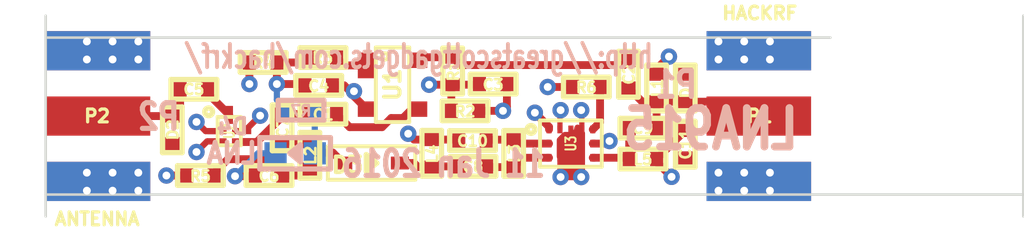
<source format=kicad_pcb>
(kicad_pcb (version 20171130) (host pcbnew 5.0.2+dfsg1-1)

  (general
    (thickness 1.6)
    (drawings 12)
    (tracks 131)
    (zones 0)
    (modules 32)
    (nets 18)
  )

  (page A4)
  (layers
    (0 C1F signal)
    (1 C2 power)
    (2 C3 power)
    (31 C4B signal)
    (32 B.Adhes user)
    (33 F.Adhes user)
    (34 B.Paste user)
    (35 F.Paste user hide)
    (36 B.SilkS user hide)
    (37 F.SilkS user)
    (38 B.Mask user)
    (39 F.Mask user)
    (41 Cmts.User user)
    (44 Edge.Cuts user)
  )

  (setup
    (last_trace_width 0.1524)
    (user_trace_width 0.2032)
    (user_trace_width 0.24)
    (user_trace_width 0.3048)
    (trace_clearance 0.1524)
    (zone_clearance 0.254)
    (zone_45_only no)
    (trace_min 0.1524)
    (segment_width 0.2)
    (edge_width 0.1)
    (via_size 0.635)
    (via_drill 0.3048)
    (via_min_size 0.4572)
    (via_min_drill 0.254)
    (uvia_size 0.508)
    (uvia_drill 0.127)
    (uvias_allowed no)
    (uvia_min_size 0.4572)
    (uvia_min_drill 0.127)
    (pcb_text_width 0.3)
    (pcb_text_size 1.5 1.5)
    (mod_edge_width 0.15)
    (mod_text_size 1 1)
    (mod_text_width 0.15)
    (pad_size 4.064 1.524)
    (pad_drill 0)
    (pad_to_mask_clearance 0.0762)
    (solder_mask_min_width 0.25)
    (pad_to_paste_clearance_ratio -0.12)
    (aux_axis_origin 0 0)
    (visible_elements FFFF7F7F)
    (pcbplotparams
      (layerselection 0x00030_80000001)
      (usegerberextensions true)
      (usegerberattributes false)
      (usegerberadvancedattributes false)
      (creategerberjobfile false)
      (excludeedgelayer true)
      (linewidth 0.150000)
      (plotframeref false)
      (viasonmask false)
      (mode 1)
      (useauxorigin false)
      (hpglpennumber 1)
      (hpglpenspeed 20)
      (hpglpendiameter 15.000000)
      (psnegative false)
      (psa4output false)
      (plotreference false)
      (plotvalue false)
      (plotinvisibletext false)
      (padsonsilk false)
      (subtractmaskfromsilk false)
      (outputformat 1)
      (mirror false)
      (drillshape 0)
      (scaleselection 1)
      (outputdirectory "gerbers"))
  )

  (net 0 "")
  (net 1 GND)
  (net 2 N-0000010)
  (net 3 N-0000011)
  (net 4 N-0000012)
  (net 5 N-0000013)
  (net 6 N-0000014)
  (net 7 N-0000015)
  (net 8 N-0000016)
  (net 9 N-0000017)
  (net 10 N-000002)
  (net 11 N-000004)
  (net 12 N-000005)
  (net 13 N-000006)
  (net 14 N-000007)
  (net 15 N-000008)
  (net 16 N-000009)
  (net 17 VCC)

  (net_class Default "This is the default net class."
    (clearance 0.1524)
    (trace_width 0.1524)
    (via_dia 0.635)
    (via_drill 0.3048)
    (uvia_dia 0.508)
    (uvia_drill 0.127)
    (add_net GND)
    (add_net N-0000010)
    (add_net N-0000011)
    (add_net N-0000012)
    (add_net N-0000013)
    (add_net N-0000014)
    (add_net N-0000015)
    (add_net N-0000016)
    (add_net N-0000017)
    (add_net N-000002)
    (add_net N-000004)
    (add_net N-000005)
    (add_net N-000006)
    (add_net N-000007)
    (add_net N-000008)
    (add_net N-000009)
    (add_net VCC)
  )

  (module GSG-SOD323 (layer C1F) (tedit 56936210) (tstamp 52F6BFBE)
    (at 137.6662 101.8254)
    (path /52F440C5)
    (solder_mask_margin 0.1016)
    (fp_text reference D3 (at -0.938 0.0794) (layer F.SilkS)
      (effects (font (size 0.6096 0.6096) (thickness 0.1524)))
    )
    (fp_text value PIN (at 0 0) (layer F.SilkS) hide
      (effects (font (size 0.6096 0.6096) (thickness 0.1524)))
    )
    (fp_line (start -1.7 -0.65) (end 1.7 -0.65) (layer F.SilkS) (width 0.15))
    (fp_line (start 1.7 -0.65) (end 1.7 0.65) (layer F.SilkS) (width 0.15))
    (fp_line (start 1.7 0.65) (end -1.7 0.65) (layer F.SilkS) (width 0.15))
    (fp_line (start -1.7 0.65) (end -1.7 -0.65) (layer F.SilkS) (width 0.15))
    (fp_line (start -0.0508 0.0762) (end -0.0508 -0.0762) (layer F.SilkS) (width 0.2032))
    (fp_line (start 0.2032 0) (end -0.2032 -0.3302) (layer F.SilkS) (width 0.2032))
    (fp_line (start -0.2032 -0.3302) (end -0.2032 0.3302) (layer F.SilkS) (width 0.2032))
    (fp_line (start -0.2032 0.3302) (end 0.2032 0) (layer F.SilkS) (width 0.2032))
    (pad 2 smd rect (at 1.1 0) (size 0.7 0.5) (layers C1F F.Paste F.Mask)
      (net 10 N-000002) (die_length 0.04572) (solder_mask_margin 0.1016) (clearance 0.1778))
    (pad 1 smd rect (at -1.1 0) (size 0.7 0.5) (layers C1F F.Paste F.Mask)
      (net 13 N-000006) (die_length 0.08382) (solder_mask_margin 0.1016) (clearance 0.1778))
  )

  (module GSG-F5Q (layer C1F) (tedit 52F6AFAA) (tstamp 52F6BFDE)
    (at 132.1346 100.5842 270)
    (path /52F44412)
    (fp_text reference U2 (at 0 0 270) (layer F.SilkS)
      (effects (font (size 0.39878 0.29972) (thickness 0.07493)))
    )
    (fp_text value SAW (at 0 0 270) (layer F.SilkS) hide
      (effects (font (size 0.39878 0.29972) (thickness 0.0762)))
    )
    (fp_line (start -0.55 -0.45) (end 0.55 -0.45) (layer F.SilkS) (width 0.15))
    (fp_line (start 0.55 -0.45) (end 0.55 0.45) (layer F.SilkS) (width 0.15))
    (fp_line (start 0.55 0.45) (end -0.55 0.45) (layer F.SilkS) (width 0.15))
    (fp_line (start -0.55 0.45) (end -0.55 -0.45) (layer F.SilkS) (width 0.15))
    (fp_circle (center -0.74958 0.8) (end -0.69878 0.8) (layer F.SilkS) (width 0.2032))
    (pad 1 smd rect (at -0.63 0 270) (size 0.7 0.29) (layers C1F F.Paste F.Mask)
      (net 4 N-0000012) (die_length 3.40614))
    (pad 3 smd rect (at 0.4 0.48 270) (size 0.24 0.75) (layers C1F F.Paste F.Mask)
      (net 1 GND) (die_length -2147.483648))
    (pad 4 smd rect (at 0.4 -0.48 270) (size 0.24 0.75) (layers C1F F.Paste F.Mask)
      (net 2 N-0000010) (die_length -2147.483648))
    (pad 2 smd rect (at 0 0.48 270) (size 0.24 0.75) (layers C1F F.Paste F.Mask)
      (net 1 GND) (die_length 3.40614))
    (pad 5 smd rect (at 0 -0.48 270) (size 0.24 0.75) (layers C1F F.Paste F.Mask)
      (net 1 GND))
  )

  (module GSG-0603D (layer C4B) (tedit 569373E3) (tstamp 52F6BFEC)
    (at 134.6962 101.4476 180)
    (path /52F51772)
    (solder_mask_margin 0.1016)
    (fp_text reference D4 (at 2.4384 1.0414 180) (layer B.SilkS)
      (effects (font (size 0.6096 0.6096) (thickness 0.1524)) (justify mirror))
    )
    (fp_text value LNALED (at 0 0 180) (layer B.SilkS) hide
      (effects (font (size 0.6096 0.6096) (thickness 0.1524)) (justify mirror))
    )
    (fp_line (start -0.0508 -0.0762) (end -0.0508 0.0762) (layer B.SilkS) (width 0.2032))
    (fp_line (start 0.2032 0) (end -0.2032 0.3302) (layer B.SilkS) (width 0.2032))
    (fp_line (start -0.2032 0.3302) (end -0.2032 -0.3302) (layer B.SilkS) (width 0.2032))
    (fp_line (start -0.2032 -0.3302) (end 0.2032 0) (layer B.SilkS) (width 0.2032))
    (fp_line (start 1.3716 0.6096) (end -1.3716 0.6096) (layer B.SilkS) (width 0.2032))
    (fp_line (start -1.3716 0.6096) (end -1.3716 -0.6096) (layer B.SilkS) (width 0.2032))
    (fp_line (start -1.3716 -0.6096) (end 1.3716 -0.6096) (layer B.SilkS) (width 0.2032))
    (fp_line (start 1.3716 -0.6096) (end 1.3716 0.6096) (layer B.SilkS) (width 0.2032))
    (pad 2 smd rect (at 0.762 0 180) (size 0.8636 0.8636) (layers C4B B.Paste B.Mask)
      (net 1 GND) (die_length 0.04572) (solder_mask_margin 0.1016) (clearance 0.1778))
    (pad 1 smd rect (at -0.762 0 180) (size 0.8636 0.8636) (layers C4B B.Paste B.Mask)
      (net 16 N-000009) (die_length 0.08382) (solder_mask_margin 0.1016) (clearance 0.1778))
  )

  (module GSG-0402 (layer C1F) (tedit 54C675C7) (tstamp 52F6BFF6)
    (at 133.6802 102.3112)
    (path /52F69BA3)
    (solder_mask_margin 0.1016)
    (fp_text reference C6 (at 0 0.02) (layer F.SilkS)
      (effects (font (size 0.4064 0.4064) (thickness 0.1016)))
    )
    (fp_text value 1nF (at 0 0.0508) (layer F.SilkS) hide
      (effects (font (size 0.4064 0.4064) (thickness 0.1016)))
    )
    (fp_line (start 0.889 -0.381) (end 0.889 0.381) (layer F.SilkS) (width 0.2032))
    (fp_line (start 0.889 0.381) (end -0.889 0.381) (layer F.SilkS) (width 0.2032))
    (fp_line (start -0.889 0.381) (end -0.889 -0.381) (layer F.SilkS) (width 0.2032))
    (fp_line (start -0.889 -0.381) (end 0.889 -0.381) (layer F.SilkS) (width 0.2032))
    (pad 2 smd rect (at 0.5334 0) (size 0.508 0.5588) (layers C1F F.Paste F.Mask)
      (net 3 N-0000011) (solder_mask_margin 0.1016))
    (pad 1 smd rect (at -0.5334 0) (size 0.508 0.5588) (layers C1F F.Paste F.Mask)
      (net 1 GND) (die_length -2147.483648) (solder_mask_margin 0.1016))
  )

  (module GSG-0402 (layer C1F) (tedit 56937497) (tstamp 52F6C000)
    (at 141.3002 99.7966 180)
    (path /52F6A598)
    (solder_mask_margin 0.1016)
    (fp_text reference R2 (at 0 -0.0254 180) (layer F.SilkS)
      (effects (font (size 0.4064 0.4064) (thickness 0.1016)))
    )
    (fp_text value 100k (at 0 0.0508 180) (layer F.SilkS) hide
      (effects (font (size 0.4064 0.4064) (thickness 0.1016)))
    )
    (fp_line (start 0.889 -0.381) (end 0.889 0.381) (layer F.SilkS) (width 0.2032))
    (fp_line (start 0.889 0.381) (end -0.889 0.381) (layer F.SilkS) (width 0.2032))
    (fp_line (start -0.889 0.381) (end -0.889 -0.381) (layer F.SilkS) (width 0.2032))
    (fp_line (start -0.889 -0.381) (end 0.889 -0.381) (layer F.SilkS) (width 0.2032))
    (pad 2 smd rect (at 0.5334 0 180) (size 0.508 0.5588) (layers C1F F.Paste F.Mask)
      (net 17 VCC) (solder_mask_margin 0.1016))
    (pad 1 smd rect (at -0.5334 0 180) (size 0.508 0.5588) (layers C1F F.Paste F.Mask)
      (net 1 GND) (die_length -2147.483648) (solder_mask_margin 0.1016))
  )

  (module GSG-0402 (layer C1F) (tedit 54C675DF) (tstamp 52F6C00A)
    (at 134.1882 100.457 270)
    (path /52F69E98)
    (solder_mask_margin 0.1016)
    (fp_text reference C7 (at 0 -0.03 270) (layer F.SilkS)
      (effects (font (size 0.4064 0.4064) (thickness 0.1016)))
    )
    (fp_text value 100pF (at 0 0.0508 270) (layer F.SilkS) hide
      (effects (font (size 0.4064 0.4064) (thickness 0.1016)))
    )
    (fp_line (start 0.889 -0.381) (end 0.889 0.381) (layer F.SilkS) (width 0.2032))
    (fp_line (start 0.889 0.381) (end -0.889 0.381) (layer F.SilkS) (width 0.2032))
    (fp_line (start -0.889 0.381) (end -0.889 -0.381) (layer F.SilkS) (width 0.2032))
    (fp_line (start -0.889 -0.381) (end 0.889 -0.381) (layer F.SilkS) (width 0.2032))
    (pad 2 smd rect (at 0.5334 0 270) (size 0.508 0.5588) (layers C1F F.Paste F.Mask)
      (net 13 N-000006) (solder_mask_margin 0.1016))
    (pad 1 smd rect (at -0.5334 0 270) (size 0.508 0.5588) (layers C1F F.Paste F.Mask)
      (net 2 N-0000010) (die_length -2147.483648) (solder_mask_margin 0.1016))
  )

  (module GSG-0402 (layer C1F) (tedit 54C67604) (tstamp 52F6C014)
    (at 141.605 101.9556)
    (path /52F69EB1)
    (solder_mask_margin 0.1016)
    (fp_text reference C8 (at 0 0.01) (layer F.SilkS)
      (effects (font (size 0.4064 0.4064) (thickness 0.1016)))
    )
    (fp_text value 100pF (at 0 0.0508) (layer F.SilkS) hide
      (effects (font (size 0.4064 0.4064) (thickness 0.1016)))
    )
    (fp_line (start 0.889 -0.381) (end 0.889 0.381) (layer F.SilkS) (width 0.2032))
    (fp_line (start 0.889 0.381) (end -0.889 0.381) (layer F.SilkS) (width 0.2032))
    (fp_line (start -0.889 0.381) (end -0.889 -0.381) (layer F.SilkS) (width 0.2032))
    (fp_line (start -0.889 -0.381) (end 0.889 -0.381) (layer F.SilkS) (width 0.2032))
    (pad 2 smd rect (at 0.5334 0) (size 0.508 0.5588) (layers C1F F.Paste F.Mask)
      (net 8 N-0000016) (solder_mask_margin 0.1016))
    (pad 1 smd rect (at -0.5334 0) (size 0.508 0.5588) (layers C1F F.Paste F.Mask)
      (net 10 N-000002) (die_length -2147.483648) (solder_mask_margin 0.1016))
  )

  (module GSG-0402 (layer C1F) (tedit 54C67616) (tstamp 52F6C01E)
    (at 148.2136 100.4698)
    (path /52F69EBA)
    (solder_mask_margin 0.1016)
    (fp_text reference C9 (at 0 0.01) (layer F.SilkS)
      (effects (font (size 0.4064 0.4064) (thickness 0.1016)))
    )
    (fp_text value 100pF (at 0 0.0508) (layer F.SilkS) hide
      (effects (font (size 0.4064 0.4064) (thickness 0.1016)))
    )
    (fp_line (start 0.889 -0.381) (end 0.889 0.381) (layer F.SilkS) (width 0.2032))
    (fp_line (start 0.889 0.381) (end -0.889 0.381) (layer F.SilkS) (width 0.2032))
    (fp_line (start -0.889 0.381) (end -0.889 -0.381) (layer F.SilkS) (width 0.2032))
    (fp_line (start -0.889 -0.381) (end 0.889 -0.381) (layer F.SilkS) (width 0.2032))
    (pad 2 smd rect (at 0.5334 0) (size 0.508 0.5588) (layers C1F F.Paste F.Mask)
      (net 6 N-0000014) (solder_mask_margin 0.1016))
    (pad 1 smd rect (at -0.5334 0) (size 0.508 0.5588) (layers C1F F.Paste F.Mask)
      (net 7 N-0000015) (die_length -2147.483648) (solder_mask_margin 0.1016))
  )

  (module GSG-0402 (layer C1F) (tedit 54C67628) (tstamp 52F6C028)
    (at 147.6502 98.3742 270)
    (path /52F69EC3)
    (solder_mask_margin 0.1016)
    (fp_text reference C2 (at 0 -0.02 270) (layer F.SilkS)
      (effects (font (size 0.4064 0.4064) (thickness 0.1016)))
    )
    (fp_text value 100pF (at 0 0.0508 270) (layer F.SilkS) hide
      (effects (font (size 0.4064 0.4064) (thickness 0.1016)))
    )
    (fp_line (start 0.889 -0.381) (end 0.889 0.381) (layer F.SilkS) (width 0.2032))
    (fp_line (start 0.889 0.381) (end -0.889 0.381) (layer F.SilkS) (width 0.2032))
    (fp_line (start -0.889 0.381) (end -0.889 -0.381) (layer F.SilkS) (width 0.2032))
    (fp_line (start -0.889 -0.381) (end 0.889 -0.381) (layer F.SilkS) (width 0.2032))
    (pad 2 smd rect (at 0.5334 0 270) (size 0.508 0.5588) (layers C1F F.Paste F.Mask)
      (net 6 N-0000014) (solder_mask_margin 0.1016))
    (pad 1 smd rect (at -0.5334 0 270) (size 0.508 0.5588) (layers C1F F.Paste F.Mask)
      (net 12 N-000005) (die_length -2147.483648) (solder_mask_margin 0.1016))
  )

  (module GSG-0402 (layer C1F) (tedit 5693747D) (tstamp 52F6C032)
    (at 135.7744 99.9254)
    (path /52F69ECC)
    (solder_mask_margin 0.1016)
    (fp_text reference C1 (at 0.014 0.0236) (layer F.SilkS)
      (effects (font (size 0.4064 0.4064) (thickness 0.1016)))
    )
    (fp_text value 100pF (at 0 0.0508) (layer F.SilkS) hide
      (effects (font (size 0.4064 0.4064) (thickness 0.1016)))
    )
    (fp_line (start 0.889 -0.381) (end 0.889 0.381) (layer F.SilkS) (width 0.2032))
    (fp_line (start 0.889 0.381) (end -0.889 0.381) (layer F.SilkS) (width 0.2032))
    (fp_line (start -0.889 0.381) (end -0.889 -0.381) (layer F.SilkS) (width 0.2032))
    (fp_line (start -0.889 -0.381) (end 0.889 -0.381) (layer F.SilkS) (width 0.2032))
    (pad 2 smd rect (at 0.5334 0) (size 0.508 0.5588) (layers C1F F.Paste F.Mask)
      (net 11 N-000004) (solder_mask_margin 0.1016))
    (pad 1 smd rect (at -0.5334 0) (size 0.508 0.5588) (layers C1F F.Paste F.Mask)
      (net 2 N-0000010) (die_length -2147.483648) (solder_mask_margin 0.1016))
  )

  (module GSG-0402 (layer C1F) (tedit 54C6761D) (tstamp 52F6C03C)
    (at 149.86 101.092 90)
    (path /52F69F2A)
    (solder_mask_margin 0.1016)
    (fp_text reference C11 (at 0 0.01 90) (layer F.SilkS)
      (effects (font (size 0.4064 0.4064) (thickness 0.1016)))
    )
    (fp_text value 1uF (at 0 0.0508 90) (layer F.SilkS) hide
      (effects (font (size 0.4064 0.4064) (thickness 0.1016)))
    )
    (fp_line (start 0.889 -0.381) (end 0.889 0.381) (layer F.SilkS) (width 0.2032))
    (fp_line (start 0.889 0.381) (end -0.889 0.381) (layer F.SilkS) (width 0.2032))
    (fp_line (start -0.889 0.381) (end -0.889 -0.381) (layer F.SilkS) (width 0.2032))
    (fp_line (start -0.889 -0.381) (end 0.889 -0.381) (layer F.SilkS) (width 0.2032))
    (pad 2 smd rect (at 0.5334 0 90) (size 0.508 0.5588) (layers C1F F.Paste F.Mask)
      (net 17 VCC) (solder_mask_margin 0.1016))
    (pad 1 smd rect (at -0.5334 0 90) (size 0.508 0.5588) (layers C1F F.Paste F.Mask)
      (net 1 GND) (die_length -2147.483648) (solder_mask_margin 0.1016))
  )

  (module GSG-0402 (layer C1F) (tedit 54C675B7) (tstamp 52F6C046)
    (at 129.921 100.5332 90)
    (path /52F69FCE)
    (solder_mask_margin 0.1016)
    (fp_text reference D2 (at 0 0.02 90) (layer F.SilkS)
      (effects (font (size 0.4064 0.4064) (thickness 0.1016)))
    )
    (fp_text value GSG-DIODE-TVS-BI (at 0 0.0508 90) (layer F.SilkS) hide
      (effects (font (size 0.4064 0.4064) (thickness 0.1016)))
    )
    (fp_line (start 0.889 -0.381) (end 0.889 0.381) (layer F.SilkS) (width 0.2032))
    (fp_line (start 0.889 0.381) (end -0.889 0.381) (layer F.SilkS) (width 0.2032))
    (fp_line (start -0.889 0.381) (end -0.889 -0.381) (layer F.SilkS) (width 0.2032))
    (fp_line (start -0.889 -0.381) (end 0.889 -0.381) (layer F.SilkS) (width 0.2032))
    (pad 2 smd rect (at 0.5334 0 90) (size 0.508 0.5588) (layers C1F F.Paste F.Mask)
      (net 15 N-000008) (solder_mask_margin 0.1016))
    (pad 1 smd rect (at -0.5334 0 90) (size 0.508 0.5588) (layers C1F F.Paste F.Mask)
      (net 1 GND) (die_length -2147.483648) (solder_mask_margin 0.1016))
  )

  (module GSG-0402 (layer C1F) (tedit 56937472) (tstamp 52F6C050)
    (at 131.0132 102.3112)
    (path /52F6A21F)
    (solder_mask_margin 0.1016)
    (fp_text reference R5 (at 0 0.0254) (layer F.SilkS)
      (effects (font (size 0.4064 0.4064) (thickness 0.1016)))
    )
    (fp_text value 470 (at 0 0.0508) (layer F.SilkS) hide
      (effects (font (size 0.4064 0.4064) (thickness 0.1016)))
    )
    (fp_line (start 0.889 -0.381) (end 0.889 0.381) (layer F.SilkS) (width 0.2032))
    (fp_line (start 0.889 0.381) (end -0.889 0.381) (layer F.SilkS) (width 0.2032))
    (fp_line (start -0.889 0.381) (end -0.889 -0.381) (layer F.SilkS) (width 0.2032))
    (fp_line (start -0.889 -0.381) (end 0.889 -0.381) (layer F.SilkS) (width 0.2032))
    (pad 2 smd rect (at 0.5334 0) (size 0.508 0.5588) (layers C1F F.Paste F.Mask)
      (net 3 N-0000011) (solder_mask_margin 0.1016))
    (pad 1 smd rect (at -0.5334 0) (size 0.508 0.5588) (layers C1F F.Paste F.Mask)
      (net 17 VCC) (die_length -2147.483648) (solder_mask_margin 0.1016))
  )

  (module GSG-0402 (layer C1F) (tedit 54C675EE) (tstamp 52F6C05A)
    (at 135.6106 98.806 180)
    (path /52F6A3F1)
    (solder_mask_margin 0.1016)
    (fp_text reference C4 (at 0 -0.03 180) (layer F.SilkS)
      (effects (font (size 0.4064 0.4064) (thickness 0.1016)))
    )
    (fp_text value 1nF (at 0 0.0508 180) (layer F.SilkS) hide
      (effects (font (size 0.4064 0.4064) (thickness 0.1016)))
    )
    (fp_line (start 0.889 -0.381) (end 0.889 0.381) (layer F.SilkS) (width 0.2032))
    (fp_line (start 0.889 0.381) (end -0.889 0.381) (layer F.SilkS) (width 0.2032))
    (fp_line (start -0.889 0.381) (end -0.889 -0.381) (layer F.SilkS) (width 0.2032))
    (fp_line (start -0.889 -0.381) (end 0.889 -0.381) (layer F.SilkS) (width 0.2032))
    (pad 2 smd rect (at 0.5334 0 180) (size 0.508 0.5588) (layers C1F F.Paste F.Mask)
      (net 17 VCC) (solder_mask_margin 0.1016))
    (pad 1 smd rect (at -0.5334 0 180) (size 0.508 0.5588) (layers C1F F.Paste F.Mask)
      (net 1 GND) (die_length -2147.483648) (solder_mask_margin 0.1016))
  )

  (module GSG-0402 (layer C1F) (tedit 54C675F8) (tstamp 52F6D546)
    (at 142.3924 98.7552 180)
    (path /52F6A40A)
    (solder_mask_margin 0.1016)
    (fp_text reference C3 (at 0 -0.03 180) (layer F.SilkS)
      (effects (font (size 0.4064 0.4064) (thickness 0.1016)))
    )
    (fp_text value 1nF (at 0 0.0508 180) (layer F.SilkS) hide
      (effects (font (size 0.4064 0.4064) (thickness 0.1016)))
    )
    (fp_line (start 0.889 -0.381) (end 0.889 0.381) (layer F.SilkS) (width 0.2032))
    (fp_line (start 0.889 0.381) (end -0.889 0.381) (layer F.SilkS) (width 0.2032))
    (fp_line (start -0.889 0.381) (end -0.889 -0.381) (layer F.SilkS) (width 0.2032))
    (fp_line (start -0.889 -0.381) (end 0.889 -0.381) (layer F.SilkS) (width 0.2032))
    (pad 2 smd rect (at 0.5334 0 180) (size 0.508 0.5588) (layers C1F F.Paste F.Mask)
      (net 17 VCC) (solder_mask_margin 0.1016))
    (pad 1 smd rect (at -0.5334 0 180) (size 0.508 0.5588) (layers C1F F.Paste F.Mask)
      (net 1 GND) (die_length -2147.483648) (solder_mask_margin 0.1016))
  )

  (module GSG-0402 (layer C1F) (tedit 54C675CB) (tstamp 52F6C06E)
    (at 135.2662 101.5254 270)
    (path /52F69884)
    (solder_mask_margin 0.1016)
    (fp_text reference L2 (at 0 -0.03 270) (layer F.SilkS)
      (effects (font (size 0.4064 0.4064) (thickness 0.1016)))
    )
    (fp_text value 39nH (at 0 0.0508 270) (layer F.SilkS) hide
      (effects (font (size 0.4064 0.4064) (thickness 0.1016)))
    )
    (fp_line (start 0.889 -0.381) (end 0.889 0.381) (layer F.SilkS) (width 0.2032))
    (fp_line (start 0.889 0.381) (end -0.889 0.381) (layer F.SilkS) (width 0.2032))
    (fp_line (start -0.889 0.381) (end -0.889 -0.381) (layer F.SilkS) (width 0.2032))
    (fp_line (start -0.889 -0.381) (end 0.889 -0.381) (layer F.SilkS) (width 0.2032))
    (pad 2 smd rect (at 0.5334 0 270) (size 0.508 0.5588) (layers C1F F.Paste F.Mask)
      (net 3 N-0000011) (solder_mask_margin 0.1016))
    (pad 1 smd rect (at -0.5334 0 270) (size 0.508 0.5588) (layers C1F F.Paste F.Mask)
      (net 13 N-000006) (die_length -2147.483648) (solder_mask_margin 0.1016))
  )

  (module GSG-0402 (layer C1F) (tedit 5693749D) (tstamp 52F6C078)
    (at 140.0048 101.4476 270)
    (path /52F6975B)
    (solder_mask_margin 0.1016)
    (fp_text reference L4 (at 0.0254 -0.0254 270) (layer F.SilkS)
      (effects (font (size 0.4064 0.4064) (thickness 0.1016)))
    )
    (fp_text value 39nH (at 0 0.0508 270) (layer F.SilkS) hide
      (effects (font (size 0.4064 0.4064) (thickness 0.1016)))
    )
    (fp_line (start 0.889 -0.381) (end 0.889 0.381) (layer F.SilkS) (width 0.2032))
    (fp_line (start 0.889 0.381) (end -0.889 0.381) (layer F.SilkS) (width 0.2032))
    (fp_line (start -0.889 0.381) (end -0.889 -0.381) (layer F.SilkS) (width 0.2032))
    (fp_line (start -0.889 -0.381) (end 0.889 -0.381) (layer F.SilkS) (width 0.2032))
    (pad 2 smd rect (at 0.5334 0 270) (size 0.508 0.5588) (layers C1F F.Paste F.Mask)
      (net 10 N-000002) (solder_mask_margin 0.1016))
    (pad 1 smd rect (at -0.5334 0 270) (size 0.508 0.5588) (layers C1F F.Paste F.Mask)
      (net 1 GND) (die_length -2147.483648) (solder_mask_margin 0.1016))
  )

  (module GSG-0402 (layer C1F) (tedit 56937483) (tstamp 52F6D5E2)
    (at 133.4516 97.917)
    (path /52F69223)
    (solder_mask_margin 0.1016)
    (fp_text reference R4 (at 0 0.0254) (layer F.SilkS)
      (effects (font (size 0.4064 0.4064) (thickness 0.1016)))
    )
    (fp_text value 100k (at 0 0.0508) (layer F.SilkS) hide
      (effects (font (size 0.4064 0.4064) (thickness 0.1016)))
    )
    (fp_line (start 0.889 -0.381) (end 0.889 0.381) (layer F.SilkS) (width 0.2032))
    (fp_line (start 0.889 0.381) (end -0.889 0.381) (layer F.SilkS) (width 0.2032))
    (fp_line (start -0.889 0.381) (end -0.889 -0.381) (layer F.SilkS) (width 0.2032))
    (fp_line (start -0.889 -0.381) (end 0.889 -0.381) (layer F.SilkS) (width 0.2032))
    (pad 2 smd rect (at 0.5334 0) (size 0.508 0.5588) (layers C1F F.Paste F.Mask)
      (net 17 VCC) (solder_mask_margin 0.1016))
    (pad 1 smd rect (at -0.5334 0) (size 0.508 0.5588) (layers C1F F.Paste F.Mask)
      (net 1 GND) (die_length -2147.483648) (solder_mask_margin 0.1016))
  )

  (module GSG-0402 (layer C1F) (tedit 56937489) (tstamp 52F6C08C)
    (at 135.7744 97.7254)
    (path /52F6921D)
    (solder_mask_margin 0.1016)
    (fp_text reference R3 (at -0.0114 0.0138) (layer F.SilkS)
      (effects (font (size 0.4064 0.4064) (thickness 0.1016)))
    )
    (fp_text value 4k7 (at 0 0.0508) (layer F.SilkS) hide
      (effects (font (size 0.4064 0.4064) (thickness 0.1016)))
    )
    (fp_line (start 0.889 -0.381) (end 0.889 0.381) (layer F.SilkS) (width 0.2032))
    (fp_line (start 0.889 0.381) (end -0.889 0.381) (layer F.SilkS) (width 0.2032))
    (fp_line (start -0.889 0.381) (end -0.889 -0.381) (layer F.SilkS) (width 0.2032))
    (fp_line (start -0.889 -0.381) (end 0.889 -0.381) (layer F.SilkS) (width 0.2032))
    (pad 2 smd rect (at 0.5334 0) (size 0.508 0.5588) (layers C1F F.Paste F.Mask)
      (net 14 N-000007) (solder_mask_margin 0.1016))
    (pad 1 smd rect (at -0.5334 0) (size 0.508 0.5588) (layers C1F F.Paste F.Mask)
      (net 17 VCC) (die_length -2147.483648) (solder_mask_margin 0.1016))
  )

  (module GSG-0402 (layer C1F) (tedit 56937492) (tstamp 52F6C096)
    (at 140.8176 98.2472 90)
    (path /52F6905B)
    (solder_mask_margin 0.1016)
    (fp_text reference R1 (at 0 0.0254 90) (layer F.SilkS)
      (effects (font (size 0.4064 0.4064) (thickness 0.1016)))
    )
    (fp_text value 47k (at 0 0.0508 90) (layer F.SilkS) hide
      (effects (font (size 0.4064 0.4064) (thickness 0.1016)))
    )
    (fp_line (start 0.889 -0.381) (end 0.889 0.381) (layer F.SilkS) (width 0.2032))
    (fp_line (start 0.889 0.381) (end -0.889 0.381) (layer F.SilkS) (width 0.2032))
    (fp_line (start -0.889 0.381) (end -0.889 -0.381) (layer F.SilkS) (width 0.2032))
    (fp_line (start -0.889 -0.381) (end 0.889 -0.381) (layer F.SilkS) (width 0.2032))
    (pad 2 smd rect (at 0.5334 0 90) (size 0.508 0.5588) (layers C1F F.Paste F.Mask)
      (net 12 N-000005) (solder_mask_margin 0.1016))
    (pad 1 smd rect (at -0.5334 0 90) (size 0.508 0.5588) (layers C1F F.Paste F.Mask)
      (net 17 VCC) (die_length -2147.483648) (solder_mask_margin 0.1016))
  )

  (module GSG-0402 (layer C4B) (tedit 569374CD) (tstamp 52F6C0A0)
    (at 134.9248 99.7712)
    (path /52F68CBB)
    (solder_mask_margin 0.1016)
    (fp_text reference R7 (at 0 0.0254) (layer B.SilkS)
      (effects (font (size 0.4064 0.4064) (thickness 0.1016)) (justify mirror))
    )
    (fp_text value 470 (at 0 -0.0508) (layer B.SilkS) hide
      (effects (font (size 0.4064 0.4064) (thickness 0.1016)) (justify mirror))
    )
    (fp_line (start 0.889 0.381) (end 0.889 -0.381) (layer B.SilkS) (width 0.2032))
    (fp_line (start 0.889 -0.381) (end -0.889 -0.381) (layer B.SilkS) (width 0.2032))
    (fp_line (start -0.889 -0.381) (end -0.889 0.381) (layer B.SilkS) (width 0.2032))
    (fp_line (start -0.889 0.381) (end 0.889 0.381) (layer B.SilkS) (width 0.2032))
    (pad 2 smd rect (at 0.5334 0) (size 0.508 0.5588) (layers C4B B.Paste B.Mask)
      (net 16 N-000009) (solder_mask_margin 0.1016))
    (pad 1 smd rect (at -0.5334 0) (size 0.508 0.5588) (layers C4B B.Paste B.Mask)
      (net 17 VCC) (die_length -2147.483648) (solder_mask_margin 0.1016))
  )

  (module GSG-0402 (layer C1F) (tedit 54C67625) (tstamp 52F6C0AA)
    (at 148.7424 98.9076 90)
    (path /52F68C64)
    (solder_mask_margin 0.1016)
    (fp_text reference L1 (at 0 0.03 90) (layer F.SilkS)
      (effects (font (size 0.4064 0.4064) (thickness 0.1016)))
    )
    (fp_text value 39nH (at 0 0.0508 90) (layer F.SilkS) hide
      (effects (font (size 0.4064 0.4064) (thickness 0.1016)))
    )
    (fp_line (start 0.889 -0.381) (end 0.889 0.381) (layer F.SilkS) (width 0.2032))
    (fp_line (start 0.889 0.381) (end -0.889 0.381) (layer F.SilkS) (width 0.2032))
    (fp_line (start -0.889 0.381) (end -0.889 -0.381) (layer F.SilkS) (width 0.2032))
    (fp_line (start -0.889 -0.381) (end 0.889 -0.381) (layer F.SilkS) (width 0.2032))
    (pad 2 smd rect (at 0.5334 0 90) (size 0.508 0.5588) (layers C1F F.Paste F.Mask)
      (net 17 VCC) (solder_mask_margin 0.1016))
    (pad 1 smd rect (at -0.5334 0 90) (size 0.508 0.5588) (layers C1F F.Paste F.Mask)
      (net 6 N-0000014) (die_length -2147.483648) (solder_mask_margin 0.1016))
  )

  (module GSG-0402 (layer C1F) (tedit 54C6760B) (tstamp 52F6C0B4)
    (at 143.1898 101.4508 90)
    (path /52F68C24)
    (solder_mask_margin 0.1016)
    (fp_text reference L3 (at 0 0.03 90) (layer F.SilkS)
      (effects (font (size 0.4064 0.4064) (thickness 0.1016)))
    )
    (fp_text value 39nH (at 0 0.0508 90) (layer F.SilkS) hide
      (effects (font (size 0.4064 0.4064) (thickness 0.1016)))
    )
    (fp_line (start 0.889 -0.381) (end 0.889 0.381) (layer F.SilkS) (width 0.2032))
    (fp_line (start 0.889 0.381) (end -0.889 0.381) (layer F.SilkS) (width 0.2032))
    (fp_line (start -0.889 0.381) (end -0.889 -0.381) (layer F.SilkS) (width 0.2032))
    (fp_line (start -0.889 -0.381) (end 0.889 -0.381) (layer F.SilkS) (width 0.2032))
    (pad 2 smd rect (at 0.5334 0 90) (size 0.508 0.5588) (layers C1F F.Paste F.Mask)
      (net 9 N-0000017) (solder_mask_margin 0.1016))
    (pad 1 smd rect (at -0.5334 0 90) (size 0.508 0.5588) (layers C1F F.Paste F.Mask)
      (net 8 N-0000016) (die_length -2147.483648) (solder_mask_margin 0.1016))
  )

  (module GSG-0402 (layer C1F) (tedit 54C67608) (tstamp 52F6C0BE)
    (at 141.5898 100.9508)
    (path /52F68A00)
    (solder_mask_margin 0.1016)
    (fp_text reference C10 (at 0 0.02) (layer F.SilkS)
      (effects (font (size 0.4064 0.4064) (thickness 0.1016)))
    )
    (fp_text value 1uF (at 0 0.0508) (layer F.SilkS) hide
      (effects (font (size 0.4064 0.4064) (thickness 0.1016)))
    )
    (fp_line (start 0.889 -0.381) (end 0.889 0.381) (layer F.SilkS) (width 0.2032))
    (fp_line (start 0.889 0.381) (end -0.889 0.381) (layer F.SilkS) (width 0.2032))
    (fp_line (start -0.889 0.381) (end -0.889 -0.381) (layer F.SilkS) (width 0.2032))
    (fp_line (start -0.889 -0.381) (end 0.889 -0.381) (layer F.SilkS) (width 0.2032))
    (pad 2 smd rect (at 0.5334 0) (size 0.508 0.5588) (layers C1F F.Paste F.Mask)
      (net 9 N-0000017) (solder_mask_margin 0.1016))
    (pad 1 smd rect (at -0.5334 0) (size 0.508 0.5588) (layers C1F F.Paste F.Mask)
      (net 1 GND) (die_length -2147.483648) (solder_mask_margin 0.1016))
  )

  (module GSG-0402 (layer C1F) (tedit 54C67619) (tstamp 52F6C0C8)
    (at 148.2136 101.6698 180)
    (path /52F688CD)
    (solder_mask_margin 0.1016)
    (fp_text reference L5 (at 0 -0.02 180) (layer F.SilkS)
      (effects (font (size 0.4064 0.4064) (thickness 0.1016)))
    )
    (fp_text value 39nH (at 0 0.0508 180) (layer F.SilkS) hide
      (effects (font (size 0.4064 0.4064) (thickness 0.1016)))
    )
    (fp_line (start 0.889 -0.381) (end 0.889 0.381) (layer F.SilkS) (width 0.2032))
    (fp_line (start 0.889 0.381) (end -0.889 0.381) (layer F.SilkS) (width 0.2032))
    (fp_line (start -0.889 0.381) (end -0.889 -0.381) (layer F.SilkS) (width 0.2032))
    (fp_line (start -0.889 -0.381) (end 0.889 -0.381) (layer F.SilkS) (width 0.2032))
    (pad 2 smd rect (at 0.5334 0 180) (size 0.508 0.5588) (layers C1F F.Paste F.Mask)
      (net 7 N-0000015) (solder_mask_margin 0.1016))
    (pad 1 smd rect (at -0.5334 0 180) (size 0.508 0.5588) (layers C1F F.Paste F.Mask)
      (net 17 VCC) (die_length -2147.483648) (solder_mask_margin 0.1016))
  )

  (module GSG-0402 (layer C1F) (tedit 54C67612) (tstamp 52F6C0D2)
    (at 146.0136 98.8698)
    (path /52F68800)
    (solder_mask_margin 0.1016)
    (fp_text reference R6 (at 0 0.02) (layer F.SilkS)
      (effects (font (size 0.4064 0.4064) (thickness 0.1016)))
    )
    (fp_text value 3k (at 0 0.0508) (layer F.SilkS) hide
      (effects (font (size 0.4064 0.4064) (thickness 0.1016)))
    )
    (fp_line (start 0.889 -0.381) (end 0.889 0.381) (layer F.SilkS) (width 0.2032))
    (fp_line (start 0.889 0.381) (end -0.889 0.381) (layer F.SilkS) (width 0.2032))
    (fp_line (start -0.889 0.381) (end -0.889 -0.381) (layer F.SilkS) (width 0.2032))
    (fp_line (start -0.889 -0.381) (end 0.889 -0.381) (layer F.SilkS) (width 0.2032))
    (pad 2 smd rect (at 0.5334 0) (size 0.508 0.5588) (layers C1F F.Paste F.Mask)
      (net 5 N-0000013) (solder_mask_margin 0.1016))
    (pad 1 smd rect (at -0.5334 0) (size 0.508 0.5588) (layers C1F F.Paste F.Mask)
      (net 17 VCC) (die_length -2147.483648) (solder_mask_margin 0.1016))
  )

  (module GSG-0402 (layer C1F) (tedit 54C675BC) (tstamp 52F6C0DC)
    (at 130.7592 98.9584)
    (path /52F44170)
    (solder_mask_margin 0.1016)
    (fp_text reference C5 (at 0 0.01) (layer F.SilkS)
      (effects (font (size 0.4064 0.4064) (thickness 0.1016)))
    )
    (fp_text value 100pF (at 0 0.0508) (layer F.SilkS) hide
      (effects (font (size 0.4064 0.4064) (thickness 0.1016)))
    )
    (fp_line (start 0.889 -0.381) (end 0.889 0.381) (layer F.SilkS) (width 0.2032))
    (fp_line (start 0.889 0.381) (end -0.889 0.381) (layer F.SilkS) (width 0.2032))
    (fp_line (start -0.889 0.381) (end -0.889 -0.381) (layer F.SilkS) (width 0.2032))
    (fp_line (start -0.889 -0.381) (end 0.889 -0.381) (layer F.SilkS) (width 0.2032))
    (pad 2 smd rect (at 0.5334 0) (size 0.508 0.5588) (layers C1F F.Paste F.Mask)
      (net 4 N-0000012) (solder_mask_margin 0.1016))
    (pad 1 smd rect (at -0.5334 0) (size 0.508 0.5588) (layers C1F F.Paste F.Mask)
      (net 15 N-000008) (die_length -2147.483648) (solder_mask_margin 0.1016))
  )

  (module GSG-0402 (layer C1F) (tedit 569374A9) (tstamp 52F6C0E6)
    (at 149.86 98.9076 270)
    (path /52F44107)
    (solder_mask_margin 0.1016)
    (fp_text reference D1 (at 0 -0.0254 270) (layer F.SilkS)
      (effects (font (size 0.4064 0.4064) (thickness 0.1016)))
    )
    (fp_text value GSG-DIODE-TVS-BI (at 0 0.0508 270) (layer F.SilkS) hide
      (effects (font (size 0.4064 0.4064) (thickness 0.1016)))
    )
    (fp_line (start 0.889 -0.381) (end 0.889 0.381) (layer F.SilkS) (width 0.2032))
    (fp_line (start 0.889 0.381) (end -0.889 0.381) (layer F.SilkS) (width 0.2032))
    (fp_line (start -0.889 0.381) (end -0.889 -0.381) (layer F.SilkS) (width 0.2032))
    (fp_line (start -0.889 -0.381) (end 0.889 -0.381) (layer F.SilkS) (width 0.2032))
    (pad 2 smd rect (at 0.5334 0 270) (size 0.508 0.5588) (layers C1F F.Paste F.Mask)
      (net 6 N-0000014) (solder_mask_margin 0.1016))
    (pad 1 smd rect (at -0.5334 0 270) (size 0.508 0.5588) (layers C1F F.Paste F.Mask)
      (net 1 GND) (die_length -2147.483648) (solder_mask_margin 0.1016))
  )

  (module GSG-SOT143 (layer C1F) (tedit 52F6BF63) (tstamp 52F6BF98)
    (at 138.4808 98.7806 270)
    (path /52F68FC4)
    (solder_mask_margin 0.1016)
    (fp_text reference U1 (at 0 0 270) (layer F.SilkS)
      (effects (font (size 0.6096 0.6096) (thickness 0.1524)))
    )
    (fp_text value SWITCH (at 0 0 270) (layer F.SilkS) hide
      (effects (font (size 0.6096 0.6096) (thickness 0.1524)))
    )
    (fp_circle (center -1.1 0.3) (end -1.15 0.3) (layer F.SilkS) (width 0.15))
    (fp_line (start -1.45 -0.65) (end 1.45 -0.65) (layer F.SilkS) (width 0.15))
    (fp_line (start 1.45 -0.65) (end 1.45 0.65) (layer F.SilkS) (width 0.15))
    (fp_line (start 1.45 0.65) (end -1.45 0.65) (layer F.SilkS) (width 0.15))
    (fp_line (start -1.45 0.65) (end -1.45 -0.65) (layer F.SilkS) (width 0.15))
    (pad 2 smd rect (at 0.95 1 270) (size 0.6 0.7) (layers C1F F.Paste F.Mask)
      (net 1 GND) (die_length 0.04572) (solder_mask_margin 0.1016) (clearance 0.1778))
    (pad 1 smd rect (at -0.75 1 270) (size 1 0.7) (layers C1F F.Paste F.Mask)
      (net 14 N-000007) (die_length 0.08382) (solder_mask_margin 0.1016) (clearance 0.1778))
    (pad 3 smd rect (at 0.95 -1 270) (size 0.6 0.7) (layers C1F F.Paste F.Mask)
      (net 11 N-000004))
    (pad 4 smd rect (at -0.95 -1 270) (size 0.6 0.7) (layers C1F F.Paste F.Mask)
      (net 12 N-000005))
  )

  (module GSG-TSLP-7-1 (layer C1F) (tedit 52F6B3C4) (tstamp 52F6BFB0)
    (at 145.4136 101.0698 270)
    (path /52F68792)
    (fp_text reference U3 (at 0 0 270) (layer F.SilkS)
      (effects (font (size 0.39878 0.29972) (thickness 0.07493)))
    )
    (fp_text value LNA (at 0 0 270) (layer F.SilkS) hide
      (effects (font (size 0.39878 0.29972) (thickness 0.0762)))
    )
    (fp_line (start -0.9 -1.2) (end 0.9 -1.2) (layer F.SilkS) (width 0.15))
    (fp_line (start 0.9 -1.2) (end 0.9 1.2) (layer F.SilkS) (width 0.15))
    (fp_line (start 0.9 1.2) (end -0.9 1.2) (layer F.SilkS) (width 0.15))
    (fp_line (start -0.9 1.2) (end -0.9 -1.2) (layer F.SilkS) (width 0.15))
    (fp_circle (center -0.54958 1.55) (end -0.49878 1.55) (layer F.SilkS) (width 0.2032))
    (pad 1 smd rect (at -0.55 0.85 270) (size 0.3 0.2) (layers C1F F.Paste F.Mask)
      (net 17 VCC) (die_length 3.40614))
    (pad 2 smd rect (at 0 0.85 270) (size 0.3 0.2) (layers C1F F.Paste F.Mask)
      (net 9 N-0000017))
    (pad 3 smd rect (at 0.55 0.85 270) (size 0.3 0.2) (layers C1F F.Paste F.Mask)
      (net 8 N-0000016))
    (pad 4 smd rect (at 0.55 -0.85 270) (size 0.3 0.2) (layers C1F F.Paste F.Mask)
      (net 7 N-0000015))
    (pad 5 smd rect (at 0 -0.85 270) (size 0.3 0.2) (layers C1F F.Paste F.Mask)
      (net 17 VCC))
    (pad 6 smd rect (at -0.55 -0.85 270) (size 0.3 0.2) (layers C1F F.Paste F.Mask)
      (net 5 N-0000013))
    (pad 7 smd rect (at -0.55 0 270) (size 0.3 0.2) (layers C1F F.Paste F.Mask)
      (net 1 GND))
    (pad 7 smd rect (at 0 0 270) (size 0.3 0.2) (layers C1F F.Paste F.Mask)
      (net 1 GND))
    (pad 7 smd rect (at 0.55 0 270) (size 0.3 0.2) (layers C1F F.Paste F.Mask)
      (net 1 GND))
    (pad 7 smd rect (at -0.55 -0.425 270) (size 0.3 0.2) (layers C1F F.Paste F.Mask)
      (net 1 GND))
    (pad 7 smd rect (at 0 -0.425 270) (size 0.3 0.2) (layers C1F F.Paste F.Mask)
      (net 1 GND))
    (pad 7 smd rect (at 0.55 -0.425 270) (size 0.3 0.2) (layers C1F F.Paste F.Mask)
      (net 1 GND))
    (pad 7 smd rect (at 0.55 0.425 270) (size 0.3 0.2) (layers C1F F.Paste F.Mask)
      (net 1 GND))
    (pad 7 smd rect (at 0 0.425 270) (size 0.3 0.2) (layers C1F F.Paste F.Mask)
      (net 1 GND))
    (pad 7 smd rect (at -0.55 0.425 270) (size 0.3 0.2) (layers C1F F.Paste F.Mask)
      (net 1 GND))
  )

  (module GSG-SMA-EDGE (layer C1F) (tedit 52F6E1D6) (tstamp 52F6BFD0)
    (at 125 100)
    (path /52F6A116)
    (fp_text reference P2 (at 1.99898 0) (layer F.SilkS)
      (effects (font (size 0.50038 0.50038) (thickness 0.12446)))
    )
    (fp_text value ANTENNA (at 1.99898 4.0005) (layer F.SilkS)
      (effects (font (size 0.50038 0.50038) (thickness 0.12446)))
    )
    (pad 1 smd rect (at 2.032 0) (size 4.064 1.524) (layers C1F F.Mask)
      (net 15 N-000008) (die_length -2147.483648))
    (pad 2 smd rect (at 2.032 -2.54) (size 4.064 1.524) (layers C1F F.Mask)
      (net 1 GND))
    (pad 2 smd rect (at 2.032 2.54) (size 4.064 1.524) (layers C4B B.Mask)
      (net 1 GND) (die_length 509.13792))
    (pad 2 smd rect (at 2.032 -2.54) (size 4.064 1.524) (layers C4B B.Mask)
      (net 1 GND))
    (pad 2 smd rect (at 2.032 2.54) (size 4.064 1.524) (layers C1F F.Mask)
      (net 1 GND) (die_length 483.12832))
    (pad 2 thru_hole circle (at 3.6 -2.2) (size 0.762 0.762) (drill 0.3048) (layers *.Cu *.Mask)
      (net 1 GND))
    (pad 2 thru_hole circle (at 3.6 -2.9) (size 0.762 0.762) (drill 0.3048) (layers *.Cu *.Mask)
      (net 1 GND))
    (pad 2 thru_hole circle (at 2.6 -2.2) (size 0.762 0.762) (drill 0.3048) (layers *.Cu *.Mask)
      (net 1 GND))
    (pad 2 thru_hole circle (at 1.6 -2.2) (size 0.762 0.762) (drill 0.3048) (layers *.Cu *.Mask)
      (net 1 GND))
    (pad 2 thru_hole circle (at 1.6 -2.9) (size 0.762 0.762) (drill 0.3048) (layers *.Cu *.Mask)
      (net 1 GND))
    (pad 2 thru_hole circle (at 2.6 -2.9) (size 0.762 0.762) (drill 0.3048) (layers *.Cu *.Mask)
      (net 1 GND))
    (pad 2 thru_hole circle (at 3.6 2.2) (size 0.762 0.762) (drill 0.3048) (layers *.Cu *.Mask)
      (net 1 GND))
    (pad 2 thru_hole circle (at 2.6 2.2) (size 0.762 0.762) (drill 0.3048) (layers *.Cu *.Mask)
      (net 1 GND))
    (pad 2 thru_hole circle (at 1.6 2.2) (size 0.762 0.762) (drill 0.3048) (layers *.Cu *.Mask)
      (net 1 GND))
    (pad 2 thru_hole circle (at 1.6 2.9) (size 0.762 0.762) (drill 0.3048) (layers *.Cu *.Mask)
      (net 1 GND))
    (pad 2 thru_hole circle (at 2.6 2.9) (size 0.762 0.762) (drill 0.3048) (layers *.Cu *.Mask)
      (net 1 GND))
    (pad 2 thru_hole circle (at 3.6 2.9) (size 0.762 0.762) (drill 0.3048) (layers *.Cu *.Mask)
      (net 1 GND))
  )

  (module GSG-SMA-EDGE (layer C1F) (tedit 52F6E1D6) (tstamp 52F6BFC7)
    (at 154.75 100 180)
    (path /52F440F7)
    (fp_text reference P1 (at 1.99898 0 180) (layer F.SilkS)
      (effects (font (size 0.50038 0.50038) (thickness 0.12446)))
    )
    (fp_text value HACKRF (at 1.99898 4.0005 180) (layer F.SilkS)
      (effects (font (size 0.50038 0.50038) (thickness 0.12446)))
    )
    (pad 1 smd rect (at 2.032 0 180) (size 4.064 1.524) (layers C1F F.Mask)
      (net 6 N-0000014) (die_length -2147.483648))
    (pad 2 smd rect (at 2.032 -2.54 180) (size 4.064 1.524) (layers C1F F.Mask)
      (net 1 GND))
    (pad 2 smd rect (at 2.032 2.54 180) (size 4.064 1.524) (layers C4B B.Mask)
      (net 1 GND) (die_length 509.13792))
    (pad 2 smd rect (at 2.032 -2.54 180) (size 4.064 1.524) (layers C4B B.Mask)
      (net 1 GND))
    (pad 2 smd rect (at 2.032 2.54 180) (size 4.064 1.524) (layers C1F F.Mask)
      (net 1 GND) (die_length 483.12832))
    (pad 2 thru_hole circle (at 3.6 -2.2 180) (size 0.762 0.762) (drill 0.3048) (layers *.Cu *.Mask)
      (net 1 GND))
    (pad 2 thru_hole circle (at 3.6 -2.9 180) (size 0.762 0.762) (drill 0.3048) (layers *.Cu *.Mask)
      (net 1 GND))
    (pad 2 thru_hole circle (at 2.6 -2.2 180) (size 0.762 0.762) (drill 0.3048) (layers *.Cu *.Mask)
      (net 1 GND))
    (pad 2 thru_hole circle (at 1.6 -2.2 180) (size 0.762 0.762) (drill 0.3048) (layers *.Cu *.Mask)
      (net 1 GND))
    (pad 2 thru_hole circle (at 1.6 -2.9 180) (size 0.762 0.762) (drill 0.3048) (layers *.Cu *.Mask)
      (net 1 GND))
    (pad 2 thru_hole circle (at 2.6 -2.9 180) (size 0.762 0.762) (drill 0.3048) (layers *.Cu *.Mask)
      (net 1 GND))
    (pad 2 thru_hole circle (at 3.6 2.2 180) (size 0.762 0.762) (drill 0.3048) (layers *.Cu *.Mask)
      (net 1 GND))
    (pad 2 thru_hole circle (at 2.6 2.2 180) (size 0.762 0.762) (drill 0.3048) (layers *.Cu *.Mask)
      (net 1 GND))
    (pad 2 thru_hole circle (at 1.6 2.2 180) (size 0.762 0.762) (drill 0.3048) (layers *.Cu *.Mask)
      (net 1 GND))
    (pad 2 thru_hole circle (at 1.6 2.9 180) (size 0.762 0.762) (drill 0.3048) (layers *.Cu *.Mask)
      (net 1 GND))
    (pad 2 thru_hole circle (at 2.6 2.9 180) (size 0.762 0.762) (drill 0.3048) (layers *.Cu *.Mask)
      (net 1 GND))
    (pad 2 thru_hole circle (at 3.6 2.9 180) (size 0.762 0.762) (drill 0.3048) (layers *.Cu *.Mask)
      (net 1 GND))
  )

  (gr_text P2 (at 129.3876 100.0252) (layer B.SilkS)
    (effects (font (size 1 0.8) (thickness 0.2)) (justify mirror))
  )
  (gr_text P1 (at 149.5044 98.7806) (layer B.SilkS)
    (effects (font (size 1 0.8) (thickness 0.2)) (justify mirror))
  )
  (gr_text http://greatscottgadgets.com/hackrf/ (at 139.4968 97.6884) (layer B.SilkS)
    (effects (font (size 0.9 0.62) (thickness 0.15)) (justify mirror))
  )
  (gr_text "11 Jan 2016" (at 140.462 101.854) (layer B.SilkS)
    (effects (font (size 1 0.8) (thickness 0.2)) (justify mirror))
  )
  (gr_text LNA (at 132.2324 101.4476) (layer B.SilkS)
    (effects (font (size 0.8 0.7) (thickness 0.175)) (justify mirror))
  )
  (gr_text LNA915 (at 150.8506 100.5078) (layer B.SilkS)
    (effects (font (size 1.5 1.2) (thickness 0.3)) (justify mirror))
  )
  (gr_line (start 123.3236 97.3754) (end 161.3236 97.3754) (angle 90) (layer Cmts.User) (width 0.2))
  (gr_line (start 123.3236 102.6754) (end 161.3236 102.6754) (angle 90) (layer Cmts.User) (width 0.2))
  (gr_line (start 155.5 96.95) (end 125 96.95) (angle 90) (layer Edge.Cuts) (width 0.1))
  (gr_line (start 163 103.9) (end 163 96.1) (angle 90) (layer Edge.Cuts) (width 0.1))
  (gr_line (start 125 103.05) (end 163 103.05) (angle 90) (layer Edge.Cuts) (width 0.1))
  (gr_line (start 125 96.1) (end 125 103.9) (angle 90) (layer Edge.Cuts) (width 0.1))

  (segment (start 136.9822 99.0092) (end 136.9822 99.0346) (width 0.3048) (layer C1F) (net 1) (tstamp 569376D3))
  (segment (start 136.9822 99.0346) (end 136.9822 99.0092) (width 0.3048) (layer C1F) (net 1) (tstamp 569376D1))
  (segment (start 136.8298 99.0346) (end 136.9822 99.0346) (width 0.3048) (layer C1F) (net 1) (tstamp 569376CF))
  (segment (start 136.6012 98.806) (end 136.8298 99.0346) (width 0.3048) (layer C1F) (net 1) (tstamp 569376C7))
  (segment (start 136.144 98.806) (end 136.6012 98.806) (width 0.3048) (layer C1F) (net 1))
  (via (at 136.9822 99.0346) (size 0.635) (drill 0.3048) (layers C1F C4B) (net 1))
  (segment (start 136.9822 99.232) (end 136.9822 99.0346) (width 0.3048) (layer C1F) (net 1) (tstamp 56937692))
  (segment (start 137.4808 99.7306) (end 136.9822 99.232) (width 0.3048) (layer C1F) (net 1))
  (segment (start 142.9258 98.7552) (end 142.9258 99.6442) (width 0.3048) (layer C1F) (net 1))
  (via (at 142.7734 99.7966) (size 0.635) (drill 0.3048) (layers C1F C4B) (net 1))
  (segment (start 142.7734 99.7966) (end 141.8336 99.7966) (width 0.3048) (layer C1F) (net 1))
  (segment (start 142.9258 99.6442) (end 142.7734 99.7966) (width 0.3048) (layer C1F) (net 1) (tstamp 56937320))
  (segment (start 133.9342 101.4476) (end 133.2484 101.4476) (width 0.24) (layer C4B) (net 1))
  (via (at 132.3594 102.3366) (size 0.635) (drill 0.3048) (layers C1F C4B) (net 1))
  (segment (start 132.3594 102.3366) (end 133.1214 102.3366) (width 0.3048) (layer C1F) (net 1) (tstamp 56937057))
  (segment (start 133.2484 101.4476) (end 132.3594 102.3366) (width 0.24) (layer C4B) (net 1) (tstamp 5693728C))
  (segment (start 131.6546 100.9842) (end 131.2734 100.9842) (width 0.24) (layer C1F) (net 1))
  (via (at 130.8608 101.3968) (size 0.635) (drill 0.3048) (layers C1F C4B) (net 1))
  (segment (start 131.2734 100.9842) (end 130.8608 101.3968) (width 0.24) (layer C1F) (net 1) (tstamp 56937205))
  (segment (start 131.6546 100.5842) (end 131.2166 100.5842) (width 0.24) (layer C1F) (net 1))
  (via (at 130.8608 100.2284) (size 0.635) (drill 0.3048) (layers C1F C4B) (net 1))
  (segment (start 131.2166 100.5842) (end 130.8608 100.2284) (width 0.24) (layer C1F) (net 1) (tstamp 569371FC))
  (segment (start 132.9182 97.917) (end 132.9182 98.7552) (width 0.3048) (layer C1F) (net 1))
  (via (at 132.9182 98.7552) (size 0.635) (drill 0.3048) (layers C1F C4B) (net 1))
  (segment (start 133.1468 102.3112) (end 133.1214 102.3366) (width 0.3048) (layer C1F) (net 1))
  (segment (start 140.0048 100.9142) (end 139.319 100.9142) (width 0.3048) (layer C1F) (net 1))
  (segment (start 139.319 100.9142) (end 139.0904 100.6856) (width 0.3048) (layer C1F) (net 1) (tstamp 56936B80))
  (via (at 139.0904 100.6856) (size 0.635) (drill 0.3048) (layers C1F C4B) (net 1))
  (segment (start 141.0564 100.9508) (end 141.0198 100.9142) (width 0.3048) (layer C1F) (net 1))
  (segment (start 141.0198 100.9142) (end 140.0048 100.9142) (width 0.3048) (layer C1F) (net 1) (tstamp 56936FE0))
  (segment (start 144.9886 99.7948) (end 145.0136 99.7698) (width 0.2032) (layer C1F) (net 1) (tstamp 52F6DAF0))
  (via (at 145.0136 99.7698) (size 0.635) (layers C1F C4B) (net 1))
  (segment (start 144.9886 100.5198) (end 144.9886 99.7948) (width 0.2032) (layer C1F) (net 1))
  (segment (start 144.9886 102.3448) (end 145.0136 102.3698) (width 0.2032) (layer C1F) (net 1) (tstamp 52F6DB06))
  (via (at 145.0136 102.3698) (size 0.635) (layers C1F C4B) (net 1))
  (segment (start 144.9886 101.6198) (end 144.9886 102.3448) (width 0.2032) (layer C1F) (net 1))
  (segment (start 132.6146 100.5842) (end 132.7346 100.5842) (width 0.24) (layer C1F) (net 1))
  (segment (start 132.7346 100.5842) (end 133.3346 99.9842) (width 0.24) (layer C1F) (net 1) (tstamp 52F6DD1C))
  (via (at 133.3346 99.9842) (size 0.635) (layers C1F C4B) (net 1))
  (segment (start 145.8386 99.7948) (end 145.8136 99.7698) (width 0.2032) (layer C1F) (net 1) (tstamp 52F6DAE8))
  (via (at 145.8136 99.7698) (size 0.635) (layers C1F C4B) (net 1))
  (segment (start 145.8386 100.5198) (end 145.8386 99.7948) (width 0.2032) (layer C1F) (net 1))
  (segment (start 145.8386 102.3448) (end 145.8136 102.3698) (width 0.2032) (layer C1F) (net 1) (tstamp 52F6DAFE))
  (via (at 145.8136 102.3698) (size 0.635) (layers C1F C4B) (net 1))
  (segment (start 145.8386 101.6198) (end 145.8386 102.3448) (width 0.2032) (layer C1F) (net 1))
  (segment (start 134.1882 99.9236) (end 135.2392 99.9236) (width 0.3048) (layer C1F) (net 2))
  (segment (start 134.1882 99.9236) (end 134.1882 100.0252) (width 0.3048) (layer C1F) (net 2))
  (segment (start 134.1882 100.0252) (end 133.204398 101.009002) (width 0.3048) (layer C1F) (net 2) (tstamp 56937159))
  (segment (start 133.204398 101.009002) (end 132.6146 101.009002) (width 0.3048) (layer C1F) (net 2) (tstamp 56937160))
  (segment (start 131.5466 102.2096) (end 131.5466 102.3112) (width 0.3048) (layer C1F) (net 3) (tstamp 5693708B))
  (segment (start 134.2136 102.3112) (end 133.5786 101.6762) (width 0.3048) (layer C1F) (net 3))
  (segment (start 132.08 101.6762) (end 131.5466 102.2096) (width 0.3048) (layer C1F) (net 3) (tstamp 56937086))
  (segment (start 133.5786 101.6762) (end 132.08 101.6762) (width 0.3048) (layer C1F) (net 3) (tstamp 5693707F))
  (segment (start 135.2662 102.0588) (end 135.0138 102.3112) (width 0.3048) (layer C1F) (net 3))
  (segment (start 135.0138 102.3112) (end 134.2136 102.3112) (width 0.3048) (layer C1F) (net 3) (tstamp 56937078))
  (segment (start 131.2926 98.9584) (end 131.2926 99.1122) (width 0.3048) (layer C1F) (net 4))
  (segment (start 131.2926 99.1122) (end 132.1346 99.9542) (width 0.3048) (layer C1F) (net 4) (tstamp 56936D7D))
  (segment (start 146.547 100.2364) (end 146.547 98.8698) (width 0.3048) (layer C1F) (net 5) (tstamp 52F6DF78))
  (segment (start 146.2636 100.5198) (end 146.547 100.2364) (width 0.3048) (layer C1F) (net 5))
  (segment (start 149.86 99.441) (end 152.1724 99.441) (width 0.3048) (layer C1F) (net 6))
  (segment (start 152.909 99.441) (end 153.468 100) (width 0.3048) (layer C1F) (net 6) (tstamp 56936A95))
  (segment (start 148.7424 99.441) (end 148.1836 99.441) (width 0.3048) (layer C1F) (net 6))
  (segment (start 148.1836 99.441) (end 147.6502 98.9076) (width 0.3048) (layer C1F) (net 6) (tstamp 56936A89))
  (segment (start 149.86 99.441) (end 148.7424 99.441) (width 0.3048) (layer C1F) (net 6))
  (segment (start 148.747 100.4698) (end 148.7424 100.4652) (width 0.3048) (layer C1F) (net 6))
  (segment (start 148.7424 100.4652) (end 148.7424 99.441) (width 0.3048) (layer C1F) (net 6) (tstamp 56936A7A))
  (segment (start 147.6802 100.4698) (end 147.6802 101.6698) (width 0.3048) (layer C1F) (net 7))
  (segment (start 147.6302 101.6198) (end 146.2636 101.6198) (width 0.3048) (layer C1F) (net 7) (tstamp 52F6DF54))
  (segment (start 147.6802 101.6698) (end 147.6302 101.6198) (width 0.3048) (layer C1F) (net 7))
  (segment (start 143.1898 101.9842) (end 142.167 101.9842) (width 0.3048) (layer C1F) (net 8))
  (segment (start 144.5636 101.6198) (end 143.5542 101.6198) (width 0.3048) (layer C1F) (net 8))
  (segment (start 143.5542 101.6198) (end 143.1898 101.9842) (width 0.3048) (layer C1F) (net 8) (tstamp 56936BD6))
  (segment (start 144.5636 101.0698) (end 143.3422 101.0698) (width 0.3048) (layer C1F) (net 9))
  (segment (start 143.3422 101.0698) (end 143.1898 100.9174) (width 0.3048) (layer C1F) (net 9) (tstamp 56936BD0))
  (segment (start 142.1566 100.9174) (end 142.1232 100.9508) (width 0.3048) (layer C1F) (net 9) (tstamp 52F6DF9A))
  (segment (start 143.1898 100.9174) (end 142.1566 100.9174) (width 0.3048) (layer C1F) (net 9))
  (segment (start 138.7662 101.8254) (end 139.3158 101.8254) (width 0.3048) (layer C1F) (net 10))
  (segment (start 139.4714 101.981) (end 140.0048 101.981) (width 0.3048) (layer C1F) (net 10) (tstamp 56936C0D))
  (segment (start 139.3158 101.8254) (end 139.4714 101.981) (width 0.3048) (layer C1F) (net 10) (tstamp 56936C04))
  (segment (start 140.0048 101.981) (end 140.0302 101.9556) (width 0.3048) (layer C1F) (net 10) (tstamp 56936C0F))
  (segment (start 140.0302 101.9556) (end 140.0048 101.981) (width 0.3048) (layer C1F) (net 10) (tstamp 56936C11))
  (segment (start 141.0716 101.9556) (end 140.0302 101.9556) (width 0.3048) (layer C1F) (net 10))
  (segment (start 139.4808 99.7306) (end 139.2326 99.7306) (width 0.3048) (layer C1F) (net 11))
  (segment (start 139.2326 99.7306) (end 138.8872 100.076) (width 0.3048) (layer C1F) (net 11) (tstamp 56937642))
  (segment (start 138.8872 100.076) (end 138.43 100.076) (width 0.3048) (layer C1F) (net 11) (tstamp 5693764D))
  (segment (start 138.43 100.076) (end 138.0744 100.4316) (width 0.3048) (layer C1F) (net 11) (tstamp 56937650))
  (segment (start 138.0744 100.4316) (end 136.814 100.4316) (width 0.3048) (layer C1F) (net 11) (tstamp 56937658))
  (segment (start 136.814 100.4316) (end 136.3078 99.9254) (width 0.3048) (layer C1F) (net 11) (tstamp 5693765C))
  (segment (start 147.4724 98.0186) (end 147.6502 97.8408) (width 0.3048) (layer C1F) (net 12) (tstamp 5693750C))
  (segment (start 140.8176 97.7138) (end 141.1224 98.0186) (width 0.3048) (layer C1F) (net 12))
  (segment (start 141.1224 98.0186) (end 147.4724 98.0186) (width 0.3048) (layer C1F) (net 12) (tstamp 56937500))
  (segment (start 140.8176 97.7138) (end 139.5976 97.7138) (width 0.3048) (layer C1F) (net 12))
  (segment (start 139.5976 97.7138) (end 139.4808 97.8306) (width 0.3048) (layer C1F) (net 12) (tstamp 56936B41))
  (segment (start 135.2662 100.992) (end 134.1898 100.992) (width 0.3048) (layer C1F) (net 13))
  (segment (start 135.2662 100.992) (end 135.6964 101.4222) (width 0.3048) (layer C1F) (net 13))
  (segment (start 136.163 101.4222) (end 136.5662 101.8254) (width 0.3048) (layer C1F) (net 13) (tstamp 56936C7D))
  (segment (start 135.6964 101.4222) (end 136.163 101.4222) (width 0.3048) (layer C1F) (net 13) (tstamp 56936C78))
  (segment (start 137.4808 98.0306) (end 136.613 98.0306) (width 0.3048) (layer C1F) (net 14))
  (segment (start 136.613 98.0306) (end 136.3078 97.7254) (width 0.3048) (layer C1F) (net 14) (tstamp 56936D2F))
  (segment (start 130.2258 99.695) (end 130.2258 98.9584) (width 0.3048) (layer C1F) (net 15) (tstamp 56936D89))
  (segment (start 129.921 99.9998) (end 130.2258 99.695) (width 0.3048) (layer C1F) (net 15))
  (segment (start 129.921 99.9998) (end 127.0322 99.9998) (width 0.3048) (layer C1F) (net 15))
  (segment (start 135.4582 99.7712) (end 135.4582 101.4476) (width 0.24) (layer C4B) (net 16))
  (segment (start 133.985 98.7552) (end 135.0264 98.7552) (width 0.3048) (layer C1F) (net 17))
  (segment (start 133.985 98.7552) (end 133.985 99.3648) (width 0.24) (layer C4B) (net 17))
  (via (at 133.985 98.7552) (size 0.635) (drill 0.3048) (layers C1F C4B) (net 17))
  (segment (start 133.985 97.917) (end 133.985 98.7552) (width 0.3048) (layer C1F) (net 17))
  (segment (start 133.985 99.3648) (end 134.3914 99.7712) (width 0.24) (layer C4B) (net 17) (tstamp 5693729C))
  (segment (start 133.985 97.917) (end 135.0494 97.917) (width 0.3048) (layer C1F) (net 17))
  (segment (start 135.0494 97.917) (end 135.241 97.7254) (width 0.3048) (layer C1F) (net 17) (tstamp 56937134))
  (segment (start 130.4798 102.3112) (end 129.6924 102.3112) (width 0.3048) (layer C1F) (net 17))
  (via (at 129.6924 102.3112) (size 0.635) (drill 0.3048) (layers C1F C4B) (net 17))
  (segment (start 140.8176 98.7806) (end 141.8336 98.7806) (width 0.3048) (layer C1F) (net 17))
  (segment (start 140.7668 99.7966) (end 140.7668 98.8314) (width 0.3048) (layer C1F) (net 17))
  (segment (start 140.8176 98.7806) (end 139.9032 98.7806) (width 0.3048) (layer C1F) (net 17))
  (via (at 139.9032 98.7806) (size 0.635) (drill 0.3048) (layers C1F C4B) (net 17))
  (segment (start 148.7424 98.3742) (end 148.7424 98.171) (width 0.3048) (layer C1F) (net 17))
  (segment (start 148.7424 98.171) (end 149.225 97.6884) (width 0.3048) (layer C1F) (net 17) (tstamp 56936AA8))
  (via (at 149.225 97.6884) (size 0.635) (drill 0.3048) (layers C1F C4B) (net 17))
  (segment (start 148.747 101.6698) (end 149.8582 100.5586) (width 0.3048) (layer C1F) (net 17))
  (via (at 149.3266 102.362) (size 0.635) (drill 0.3048) (layers C1F C4B) (net 17))
  (segment (start 146.8136 101.0698) (end 146.9136 100.9698) (width 0.3048) (layer C1F) (net 17) (tstamp 52F6DFA2))
  (via (at 146.9136 100.9698) (size 0.635) (layers C1F C4B) (net 17))
  (segment (start 146.2636 101.0698) (end 146.8136 101.0698) (width 0.3048) (layer C1F) (net 17))
  (segment (start 144.5636 100.4198) (end 144.0136 99.8698) (width 0.3048) (layer C1F) (net 17) (tstamp 52F6DFAF))
  (via (at 144.0136 99.8698) (size 0.635) (layers C1F C4B) (net 17))
  (segment (start 144.5636 100.5198) (end 144.5636 100.4198) (width 0.3048) (layer C1F) (net 17))
  (segment (start 148.747 101.7824) (end 149.3266 102.362) (width 0.3048) (layer C1F) (net 17) (tstamp 56936586))
  (segment (start 148.747 101.6698) (end 148.747 101.7824) (width 0.3048) (layer C1F) (net 17))
  (via (at 144.5136 98.8698) (size 0.635) (layers C1F C4B) (net 17))
  (segment (start 145.4802 98.8698) (end 144.5136 98.8698) (width 0.3048) (layer C1F) (net 17))

  (zone (net 1) (net_name GND) (layer C1F) (tstamp 52F6DB55) (hatch edge 0.508)
    (connect_pads yes (clearance 0.1524))
    (min_thickness 0.254)
    (fill yes (arc_segments 16) (thermal_gap 0.3048) (thermal_bridge_width 0.3302))
    (polygon
      (pts
        (xy 144.8636 99.4944) (xy 145.9636 99.4944) (xy 145.9636 102.5944) (xy 144.8636 102.5944)
      )
    )
    (filled_polygon
      (pts
        (xy 145.684209 100.509939) (xy 145.745401 100.605034) (xy 145.8366 100.667348) (xy 145.8366 102.365) (xy 145.062455 102.365)
        (xy 145.082532 102.344958) (xy 145.173596 102.125652) (xy 145.173803 101.88819) (xy 145.083122 101.668725) (xy 144.9906 101.576041)
        (xy 144.9906 100.931458) (xy 145.180185 100.741873) (xy 145.3896 100.741873) (xy 145.493139 100.722391) (xy 145.588234 100.661199)
        (xy 145.652029 100.567832) (xy 145.674356 100.457576)
      )
    )
  )
  (zone (net 1) (net_name GND) (layer C2) (tstamp 52F6DCD1) (hatch edge 0.508)
    (connect_pads (clearance 0.254))
    (min_thickness 0.254)
    (fill yes (arc_segments 16) (thermal_gap 0.2) (thermal_bridge_width 0.4))
    (polygon
      (pts
        (xy 125 96.1) (xy 125 103.9) (xy 163 103.9) (xy 163 96.1)
      )
    )
    (filled_polygon
      (pts
        (xy 162.569 102.619) (xy 154.557915 102.619) (xy 154.528827 102.548776) (xy 154.615369 102.29667) (xy 154.597908 102.015552)
        (xy 154.52392 101.836929) (xy 154.4013 101.801938) (xy 154.013001 102.190237) (xy 153.99667 102.184631) (xy 153.793982 102.19722)
        (xy 153.587721 101.990959) (xy 153.52392 101.836929) (xy 153.4013 101.801938) (xy 153.4 101.803238) (xy 153.3987 101.801938)
        (xy 153.27608 101.836929) (xy 153.228916 101.974322) (xy 153.013001 102.190237) (xy 152.99667 102.184631) (xy 152.793982 102.19722)
        (xy 152.587721 101.990959) (xy 152.52392 101.836929) (xy 152.4013 101.801938) (xy 152.4 101.803238) (xy 152.3987 101.801938)
        (xy 152.27608 101.836929) (xy 152.228916 101.974322) (xy 152.013001 102.190237) (xy 151.99667 102.184631) (xy 151.793982 102.19722)
        (xy 151.3987 101.801938) (xy 151.27608 101.836929) (xy 151.184631 102.10333) (xy 151.202092 102.384448) (xy 151.271173 102.551224)
        (xy 151.247907 102.619) (xy 150.712809 102.619) (xy 150.761578 102.50155) (xy 150.761821 102.223669) (xy 150.655704 101.966849)
        (xy 150.459385 101.770186) (xy 150.287228 101.6987) (xy 151.501938 101.6987) (xy 151.9 102.096762) (xy 152.298062 101.6987)
        (xy 152.501938 101.6987) (xy 152.9 102.096762) (xy 153.298062 101.6987) (xy 153.501938 101.6987) (xy 153.9 102.096762)
        (xy 154.298062 101.6987) (xy 154.263071 101.57608) (xy 153.99667 101.484631) (xy 153.715552 101.502092) (xy 153.536929 101.57608)
        (xy 153.501938 101.6987) (xy 153.298062 101.6987) (xy 153.263071 101.57608) (xy 152.99667 101.484631) (xy 152.715552 101.502092)
        (xy 152.536929 101.57608) (xy 152.501938 101.6987) (xy 152.298062 101.6987) (xy 152.263071 101.57608) (xy 151.99667 101.484631)
        (xy 151.715552 101.502092) (xy 151.536929 101.57608) (xy 151.501938 101.6987) (xy 150.287228 101.6987) (xy 150.20275 101.663622)
        (xy 149.924869 101.663379) (xy 149.668049 101.769496) (xy 149.471386 101.965815) (xy 149.364822 102.22245) (xy 149.364579 102.500331)
        (xy 149.413613 102.619) (xy 131.219811 102.619) (xy 131.283778 102.46495) (xy 131.284021 102.187069) (xy 131.177904 101.930249)
        (xy 130.981585 101.733586) (xy 130.72495 101.627022) (xy 130.447069 101.626779) (xy 130.190249 101.732896) (xy 129.993586 101.929215)
        (xy 129.887022 102.18585) (xy 129.886779 102.463731) (xy 129.950936 102.619) (xy 129.257915 102.619) (xy 129.228827 102.548776)
        (xy 129.315369 102.29667) (xy 129.297908 102.015552) (xy 129.22392 101.836929) (xy 129.1013 101.801938) (xy 128.713001 102.190237)
        (xy 128.69667 102.184631) (xy 128.493982 102.19722) (xy 128.287721 101.990959) (xy 128.22392 101.836929) (xy 128.1013 101.801938)
        (xy 128.1 101.803238) (xy 128.0987 101.801938) (xy 127.97608 101.836929) (xy 127.928916 101.974322) (xy 127.713001 102.190237)
        (xy 127.69667 102.184631) (xy 127.493982 102.19722) (xy 127.287721 101.990959) (xy 127.22392 101.836929) (xy 127.1013 101.801938)
        (xy 127.1 101.803238) (xy 127.0987 101.801938) (xy 126.97608 101.836929) (xy 126.928916 101.974322) (xy 126.713001 102.190237)
        (xy 126.69667 102.184631) (xy 126.493982 102.19722) (xy 126.0987 101.801938) (xy 125.97608 101.836929) (xy 125.884631 102.10333)
        (xy 125.902092 102.384448) (xy 125.971173 102.551224) (xy 125.947907 102.619) (xy 125.431 102.619) (xy 125.431 101.6987)
        (xy 126.201938 101.6987) (xy 126.6 102.096762) (xy 126.998062 101.6987) (xy 127.201938 101.6987) (xy 127.6 102.096762)
        (xy 127.998062 101.6987) (xy 128.201938 101.6987) (xy 128.6 102.096762) (xy 128.998062 101.6987) (xy 128.963071 101.57608)
        (xy 128.69667 101.484631) (xy 128.415552 101.502092) (xy 128.236929 101.57608) (xy 128.201938 101.6987) (xy 127.998062 101.6987)
        (xy 127.963071 101.57608) (xy 127.69667 101.484631) (xy 127.415552 101.502092) (xy 127.236929 101.57608) (xy 127.201938 101.6987)
        (xy 126.998062 101.6987) (xy 126.963071 101.57608) (xy 126.69667 101.484631) (xy 126.415552 101.502092) (xy 126.236929 101.57608)
        (xy 126.201938 101.6987) (xy 125.431 101.6987) (xy 125.431 101.108131) (xy 146.951579 101.108131) (xy 147.057696 101.364951)
        (xy 147.254015 101.561614) (xy 147.51065 101.668178) (xy 147.788531 101.668421) (xy 148.045351 101.562304) (xy 148.242014 101.365985)
        (xy 148.348578 101.10935) (xy 148.348821 100.831469) (xy 148.242704 100.574649) (xy 148.046385 100.377986) (xy 147.78975 100.271422)
        (xy 147.511869 100.271179) (xy 147.255049 100.377296) (xy 147.058386 100.573615) (xy 146.951822 100.83025) (xy 146.951579 101.108131)
        (xy 125.431 101.108131) (xy 125.431 100.008131) (xy 144.051579 100.008131) (xy 144.157696 100.264951) (xy 144.354015 100.461614)
        (xy 144.61065 100.568178) (xy 144.888531 100.568421) (xy 145.145351 100.462304) (xy 145.342014 100.265985) (xy 145.448578 100.00935)
        (xy 145.448821 99.731469) (xy 145.381448 99.568415) (xy 145.388531 99.568421) (xy 145.645351 99.462304) (xy 145.842014 99.265985)
        (xy 145.948578 99.00935) (xy 145.948821 98.731469) (xy 145.842704 98.474649) (xy 145.646385 98.277986) (xy 145.38975 98.171422)
        (xy 145.111869 98.171179) (xy 144.855049 98.277296) (xy 144.658386 98.473615) (xy 144.551822 98.73025) (xy 144.551579 99.008131)
        (xy 144.618952 99.171185) (xy 144.611869 99.171179) (xy 144.355049 99.277296) (xy 144.158386 99.473615) (xy 144.051822 99.73025)
        (xy 144.051579 100.008131) (xy 125.431 100.008131) (xy 125.431 98.918931) (xy 138.315579 98.918931) (xy 138.421696 99.175751)
        (xy 138.618015 99.372414) (xy 138.87465 99.478978) (xy 139.152531 99.479221) (xy 139.409351 99.373104) (xy 139.606014 99.176785)
        (xy 139.712578 98.92015) (xy 139.712821 98.642269) (xy 139.606704 98.385449) (xy 139.410385 98.188786) (xy 139.15375 98.082222)
        (xy 138.875869 98.081979) (xy 138.619049 98.188096) (xy 138.422386 98.384415) (xy 138.315822 98.64105) (xy 138.315579 98.918931)
        (xy 125.431 98.918931) (xy 125.431 98.3013) (xy 126.201938 98.3013) (xy 126.236929 98.42392) (xy 126.50333 98.515369)
        (xy 126.784448 98.497908) (xy 126.963071 98.42392) (xy 126.998062 98.3013) (xy 127.201938 98.3013) (xy 127.236929 98.42392)
        (xy 127.50333 98.515369) (xy 127.784448 98.497908) (xy 127.963071 98.42392) (xy 127.998062 98.3013) (xy 128.201938 98.3013)
        (xy 128.236929 98.42392) (xy 128.50333 98.515369) (xy 128.784448 98.497908) (xy 128.963071 98.42392) (xy 128.998062 98.3013)
        (xy 128.6 97.903238) (xy 128.201938 98.3013) (xy 127.998062 98.3013) (xy 127.6 97.903238) (xy 127.201938 98.3013)
        (xy 126.998062 98.3013) (xy 126.6 97.903238) (xy 126.201938 98.3013) (xy 125.431 98.3013) (xy 125.431 97.381)
        (xy 125.942085 97.381) (xy 125.971173 97.451224) (xy 125.884631 97.70333) (xy 125.902092 97.984448) (xy 125.97608 98.163071)
        (xy 126.0987 98.198062) (xy 126.486999 97.809763) (xy 126.50333 97.815369) (xy 126.706018 97.80278) (xy 126.912279 98.009041)
        (xy 126.97608 98.163071) (xy 127.0987 98.198062) (xy 127.1 98.196762) (xy 127.1013 98.198062) (xy 127.22392 98.163071)
        (xy 127.271084 98.025678) (xy 127.486999 97.809763) (xy 127.50333 97.815369) (xy 127.706018 97.80278) (xy 127.912279 98.009041)
        (xy 127.97608 98.163071) (xy 128.0987 98.198062) (xy 128.1 98.196762) (xy 128.1013 98.198062) (xy 128.22392 98.163071)
        (xy 128.271084 98.025678) (xy 128.486999 97.809763) (xy 128.50333 97.815369) (xy 128.706018 97.80278) (xy 129.1013 98.198062)
        (xy 129.22392 98.163071) (xy 129.315369 97.89667) (xy 129.297908 97.615552) (xy 129.228827 97.448776) (xy 129.252093 97.381)
        (xy 149.332919 97.381) (xy 149.263222 97.54885) (xy 149.262979 97.826731) (xy 149.369096 98.083551) (xy 149.565415 98.280214)
        (xy 149.82205 98.386778) (xy 150.099931 98.387021) (xy 150.307389 98.3013) (xy 151.501938 98.3013) (xy 151.536929 98.42392)
        (xy 151.80333 98.515369) (xy 152.084448 98.497908) (xy 152.263071 98.42392) (xy 152.298062 98.3013) (xy 152.501938 98.3013)
        (xy 152.536929 98.42392) (xy 152.80333 98.515369) (xy 153.084448 98.497908) (xy 153.263071 98.42392) (xy 153.298062 98.3013)
        (xy 153.501938 98.3013) (xy 153.536929 98.42392) (xy 153.80333 98.515369) (xy 154.084448 98.497908) (xy 154.263071 98.42392)
        (xy 154.298062 98.3013) (xy 153.9 97.903238) (xy 153.501938 98.3013) (xy 153.298062 98.3013) (xy 152.9 97.903238)
        (xy 152.501938 98.3013) (xy 152.298062 98.3013) (xy 151.9 97.903238) (xy 151.501938 98.3013) (xy 150.307389 98.3013)
        (xy 150.356751 98.280904) (xy 150.553414 98.084585) (xy 150.659978 97.82795) (xy 150.660221 97.550069) (xy 150.590362 97.381)
        (xy 151.242085 97.381) (xy 151.271173 97.451224) (xy 151.184631 97.70333) (xy 151.202092 97.984448) (xy 151.27608 98.163071)
        (xy 151.3987 98.198062) (xy 151.786999 97.809763) (xy 151.80333 97.815369) (xy 152.006018 97.80278) (xy 152.212279 98.009041)
        (xy 152.27608 98.163071) (xy 152.3987 98.198062) (xy 152.4 98.196762) (xy 152.4013 98.198062) (xy 152.52392 98.163071)
        (xy 152.571084 98.025678) (xy 152.786999 97.809763) (xy 152.80333 97.815369) (xy 153.006018 97.80278) (xy 153.212279 98.009041)
        (xy 153.27608 98.163071) (xy 153.3987 98.198062) (xy 153.4 98.196762) (xy 153.4013 98.198062) (xy 153.52392 98.163071)
        (xy 153.571084 98.025678) (xy 153.786999 97.809763) (xy 153.80333 97.815369) (xy 154.006018 97.80278) (xy 154.4013 98.198062)
        (xy 154.52392 98.163071) (xy 154.615369 97.89667) (xy 154.597908 97.615552) (xy 154.528827 97.448776) (xy 154.552093 97.381)
        (xy 155.5 97.381) (xy 155.664937 97.348192) (xy 155.804763 97.254763) (xy 155.898192 97.114937) (xy 155.931 96.95)
        (xy 155.898192 96.785063) (xy 155.804763 96.645237) (xy 155.664937 96.551808) (xy 155.5 96.519) (xy 154.275319 96.519)
        (xy 154.263071 96.47608) (xy 153.99667 96.384631) (xy 153.715552 96.402092) (xy 153.536929 96.47608) (xy 153.524681 96.519)
        (xy 153.275319 96.519) (xy 153.263071 96.47608) (xy 152.99667 96.384631) (xy 152.715552 96.402092) (xy 152.536929 96.47608)
        (xy 152.524681 96.519) (xy 152.275319 96.519) (xy 152.263071 96.47608) (xy 151.99667 96.384631) (xy 151.715552 96.402092)
        (xy 151.536929 96.47608) (xy 151.524681 96.519) (xy 128.975319 96.519) (xy 128.963071 96.47608) (xy 128.69667 96.384631)
        (xy 128.415552 96.402092) (xy 128.236929 96.47608) (xy 128.224681 96.519) (xy 127.975319 96.519) (xy 127.963071 96.47608)
        (xy 127.69667 96.384631) (xy 127.415552 96.402092) (xy 127.236929 96.47608) (xy 127.224681 96.519) (xy 126.975319 96.519)
        (xy 126.963071 96.47608) (xy 126.69667 96.384631) (xy 126.415552 96.402092) (xy 126.236929 96.47608) (xy 126.224681 96.519)
        (xy 125.431 96.519) (xy 125.431 96.227) (xy 162.569 96.227)
      )
    )
  )
  (zone (net 17) (net_name VCC) (layer C3) (tstamp 52F6DC59) (hatch edge 0.508)
    (connect_pads (clearance 0.254))
    (min_thickness 0.254)
    (fill yes (arc_segments 16) (thermal_gap 0.3048) (thermal_bridge_width 0.3302))
    (polygon
      (pts
        (xy 125 96.1) (xy 125 103.9) (xy 163 103.9) (xy 163 96.1)
      )
    )
    (filled_polygon
      (pts
        (xy 162.569 102.619) (xy 154.608378 102.619) (xy 154.579808 102.549856) (xy 154.661867 102.352236) (xy 154.662132 102.049094)
        (xy 154.546368 101.768926) (xy 154.332202 101.554385) (xy 154.052236 101.438133) (xy 153.749094 101.437868) (xy 153.468926 101.553632)
        (xy 153.400068 101.62237) (xy 153.332202 101.554385) (xy 153.052236 101.438133) (xy 152.749094 101.437868) (xy 152.468926 101.553632)
        (xy 152.400068 101.62237) (xy 152.332202 101.554385) (xy 152.052236 101.438133) (xy 151.749094 101.437868) (xy 151.468926 101.553632)
        (xy 151.254385 101.767798) (xy 151.138133 102.047764) (xy 151.137868 102.350906) (xy 151.220192 102.550144) (xy 151.1916 102.619)
        (xy 147.203047 102.619) (xy 147.248578 102.50935) (xy 147.248821 102.231469) (xy 147.142704 101.974649) (xy 146.946385 101.777986)
        (xy 146.68975 101.671422) (xy 146.411869 101.671179) (xy 146.155049 101.777296) (xy 146.150364 101.781972) (xy 146.146385 101.777986)
        (xy 145.88975 101.671422) (xy 145.611869 101.671179) (xy 145.355049 101.777296) (xy 145.158386 101.973615) (xy 145.051822 102.23025)
        (xy 145.051579 102.508131) (xy 145.09739 102.619) (xy 134.119811 102.619) (xy 134.183778 102.46495) (xy 134.184021 102.187069)
        (xy 134.077904 101.930249) (xy 133.881585 101.733586) (xy 133.62495 101.627022) (xy 133.347069 101.626779) (xy 133.090249 101.732896)
        (xy 132.893586 101.929215) (xy 132.787022 102.18585) (xy 132.786779 102.463731) (xy 132.850936 102.619) (xy 129.308378 102.619)
        (xy 129.279808 102.549856) (xy 129.361867 102.352236) (xy 129.362132 102.049094) (xy 129.246368 101.768926) (xy 129.032202 101.554385)
        (xy 128.752236 101.438133) (xy 128.449094 101.437868) (xy 128.168926 101.553632) (xy 128.100068 101.62237) (xy 128.032202 101.554385)
        (xy 127.752236 101.438133) (xy 127.449094 101.437868) (xy 127.168926 101.553632) (xy 127.100068 101.62237) (xy 127.032202 101.554385)
        (xy 126.752236 101.438133) (xy 126.449094 101.437868) (xy 126.168926 101.553632) (xy 125.954385 101.767798) (xy 125.838133 102.047764)
        (xy 125.837868 102.350906) (xy 125.920192 102.550144) (xy 125.8916 102.619) (xy 125.431 102.619) (xy 125.431 100.922531)
        (xy 130.035979 100.922531) (xy 130.142096 101.179351) (xy 130.338415 101.376014) (xy 130.59505 101.482578) (xy 130.872931 101.482821)
        (xy 131.129751 101.376704) (xy 131.326414 101.180385) (xy 131.432978 100.92375) (xy 131.433065 100.823931) (xy 139.128379 100.823931)
        (xy 139.234496 101.080751) (xy 139.430815 101.277414) (xy 139.68745 101.383978) (xy 139.965331 101.384221) (xy 140.222151 101.278104)
        (xy 140.418814 101.081785) (xy 140.525378 100.82515) (xy 140.525621 100.547269) (xy 140.419504 100.290449) (xy 140.292809 100.163531)
        (xy 141.084179 100.163531) (xy 141.190296 100.420351) (xy 141.386615 100.617014) (xy 141.64325 100.723578) (xy 141.921131 100.723821)
        (xy 142.177951 100.617704) (xy 142.374614 100.421385) (xy 142.481178 100.16475) (xy 142.48125 100.082254) (xy 142.55765 100.113978)
        (xy 142.835531 100.114221) (xy 143.092351 100.008104) (xy 143.192499 99.908131) (xy 145.051579 99.908131) (xy 145.157696 100.164951)
        (xy 145.354015 100.361614) (xy 145.61065 100.468178) (xy 145.888531 100.468421) (xy 146.145351 100.362304) (xy 146.150036 100.357628)
        (xy 146.154015 100.361614) (xy 146.41065 100.468178) (xy 146.688531 100.468421) (xy 146.945351 100.362304) (xy 147.142014 100.165985)
        (xy 147.248578 99.90935) (xy 147.248821 99.631469) (xy 147.142704 99.374649) (xy 146.946385 99.177986) (xy 146.68975 99.071422)
        (xy 146.411869 99.071179) (xy 146.155049 99.177296) (xy 146.150364 99.181972) (xy 146.146385 99.177986) (xy 145.88975 99.071422)
        (xy 145.611869 99.071179) (xy 145.355049 99.177296) (xy 145.158386 99.373615) (xy 145.051822 99.63025) (xy 145.051579 99.908131)
        (xy 143.192499 99.908131) (xy 143.289014 99.811785) (xy 143.395578 99.55515) (xy 143.395821 99.277269) (xy 143.289704 99.020449)
        (xy 143.093385 98.823786) (xy 142.83675 98.717222) (xy 142.558869 98.716979) (xy 142.302049 98.823096) (xy 142.105386 99.019415)
        (xy 141.998822 99.27605) (xy 141.99875 99.358546) (xy 141.92235 99.326822) (xy 141.644469 99.326579) (xy 141.387649 99.432696)
        (xy 141.190986 99.629015) (xy 141.084422 99.88565) (xy 141.084179 100.163531) (xy 140.292809 100.163531) (xy 140.223185 100.093786)
        (xy 139.96655 99.987222) (xy 139.688669 99.986979) (xy 139.431849 100.093096) (xy 139.235186 100.289415) (xy 139.128622 100.54605)
        (xy 139.128379 100.823931) (xy 131.433065 100.823931) (xy 131.433221 100.645869) (xy 131.327104 100.389049) (xy 131.130785 100.192386)
        (xy 130.962556 100.122531) (xy 132.635979 100.122531) (xy 132.742096 100.379351) (xy 132.938415 100.576014) (xy 133.19505 100.682578)
        (xy 133.472931 100.682821) (xy 133.729751 100.576704) (xy 133.926414 100.380385) (xy 134.032978 100.12375) (xy 134.033221 99.845869)
        (xy 133.927104 99.589049) (xy 133.730785 99.392386) (xy 133.47415 99.285822) (xy 133.196269 99.285579) (xy 132.939449 99.391696)
        (xy 132.742786 99.588015) (xy 132.636222 99.84465) (xy 132.635979 100.122531) (xy 130.962556 100.122531) (xy 130.87415 100.085822)
        (xy 130.596269 100.085579) (xy 130.339449 100.191696) (xy 130.142786 100.388015) (xy 130.036222 100.64465) (xy 130.035979 100.922531)
        (xy 125.431 100.922531) (xy 125.431 97.381) (xy 125.891622 97.381) (xy 125.920192 97.450144) (xy 125.838133 97.647764)
        (xy 125.837868 97.950906) (xy 125.953632 98.231074) (xy 126.167798 98.445615) (xy 126.447764 98.561867) (xy 126.750906 98.562132)
        (xy 127.031074 98.446368) (xy 127.099932 98.37763) (xy 127.167798 98.445615) (xy 127.447764 98.561867) (xy 127.750906 98.562132)
        (xy 128.031074 98.446368) (xy 128.099932 98.37763) (xy 128.167798 98.445615) (xy 128.447764 98.561867) (xy 128.750906 98.562132)
        (xy 129.031074 98.446368) (xy 129.245615 98.232202) (xy 129.361867 97.952236) (xy 129.362132 97.649094) (xy 129.279808 97.449856)
        (xy 129.3084 97.381) (xy 151.191622 97.381) (xy 151.220192 97.450144) (xy 151.138133 97.647764) (xy 151.137868 97.950906)
        (xy 151.253632 98.231074) (xy 151.467798 98.445615) (xy 151.747764 98.561867) (xy 152.050906 98.562132) (xy 152.331074 98.446368)
        (xy 152.399932 98.37763) (xy 152.467798 98.445615) (xy 152.747764 98.561867) (xy 153.050906 98.562132) (xy 153.331074 98.446368)
        (xy 153.399932 98.37763) (xy 153.467798 98.445615) (xy 153.747764 98.561867) (xy 154.050906 98.562132) (xy 154.331074 98.446368)
        (xy 154.545615 98.232202) (xy 154.661867 97.952236) (xy 154.662132 97.649094) (xy 154.579808 97.449856) (xy 154.6084 97.381)
        (xy 155.5 97.381) (xy 155.664937 97.348192) (xy 155.804763 97.254763) (xy 155.898192 97.114937) (xy 155.931 96.95)
        (xy 155.898192 96.785063) (xy 155.804763 96.645237) (xy 155.664937 96.551808) (xy 155.5 96.519) (xy 154.396704 96.519)
        (xy 154.332202 96.454385) (xy 154.052236 96.338133) (xy 153.749094 96.337868) (xy 153.468926 96.453632) (xy 153.403444 96.519)
        (xy 153.396704 96.519) (xy 153.332202 96.454385) (xy 153.052236 96.338133) (xy 152.749094 96.337868) (xy 152.468926 96.453632)
        (xy 152.403444 96.519) (xy 152.396704 96.519) (xy 152.332202 96.454385) (xy 152.052236 96.338133) (xy 151.749094 96.337868)
        (xy 151.468926 96.453632) (xy 151.403444 96.519) (xy 129.096704 96.519) (xy 129.032202 96.454385) (xy 128.752236 96.338133)
        (xy 128.449094 96.337868) (xy 128.168926 96.453632) (xy 128.103444 96.519) (xy 128.096704 96.519) (xy 128.032202 96.454385)
        (xy 127.752236 96.338133) (xy 127.449094 96.337868) (xy 127.168926 96.453632) (xy 127.103444 96.519) (xy 127.096704 96.519)
        (xy 127.032202 96.454385) (xy 126.752236 96.338133) (xy 126.449094 96.337868) (xy 126.168926 96.453632) (xy 126.103444 96.519)
        (xy 125.431 96.519) (xy 125.431 96.227) (xy 162.569 96.227)
      )
    )
  )
)

</source>
